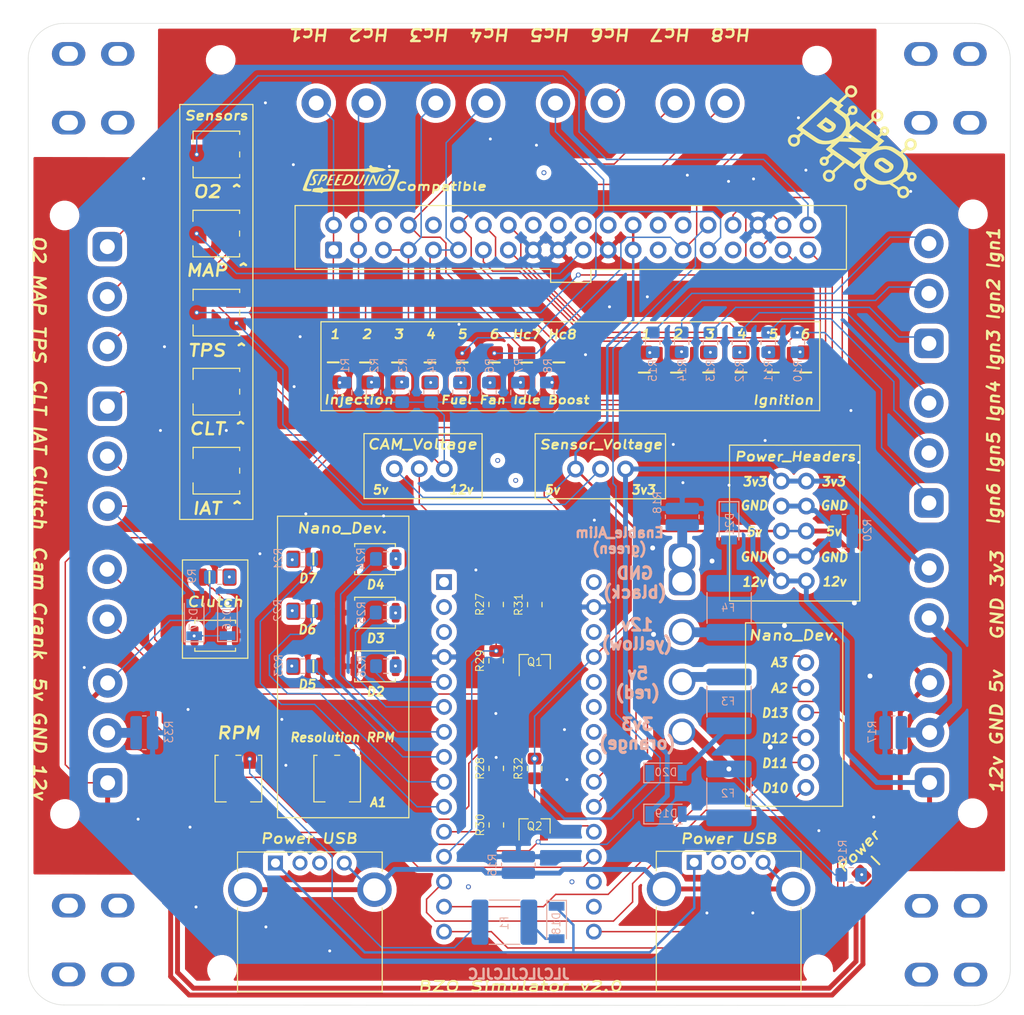
<source format=kicad_pcb>
(kicad_pcb (version 20171130) (host pcbnew "(5.1.10)-1")
  (layers (0 F.Cu signal) (31 B.Cu signal) (34 B.Paste user hide) (35 F.Paste user) (36 B.SilkS user hide) (37 F.SilkS user) (38 B.Mask user hide) (39 F.Mask user) (44 Edge.Cuts user))
  (net 0 "")
  (net 1 "Net-(A1-Pad16)")
  (net 2 "Net-(A1-Pad15)")
  (net 3 "Net-(A1-Pad30)")
  (net 4 "Net-(A1-Pad14)")
  (net 5 "Net-(A1-Pad13)")
  (net 6 "Net-(A1-Pad28)")
  (net 7 CAM)
  (net 8 +5VA)
  (net 9 CRANK)
  (net 10 "Net-(A1-Pad26)")
  (net 11 "Net-(A1-Pad10)")
  (net 12 "Net-(A1-Pad25)")
  (net 13 "Net-(A1-Pad9)")
  (net 14 "Net-(A1-Pad24)")
  (net 15 "Net-(A1-Pad8)")
  (net 16 "Net-(A1-Pad23)")
  (net 17 "Net-(A1-Pad7)")
  (net 18 A3)
  (net 19 "Net-(A1-Pad6)")
  (net 20 A2)
  (net 21 "Net-(A1-Pad5)")
  (net 22 "Net-(A1-Pad20)")
  (net 23 "Net-(A1-Pad19)")
  (net 24 "Net-(A1-Pad3)")
  (net 25 "Net-(A1-Pad18)")
  (net 26 "Net-(A1-Pad2)")
  (net 27 "Net-(A1-Pad17)")
  (net 28 "Net-(A1-Pad1)")
  (net 29 HC1-in)
  (net 30 "Net-(D1-Pad2)")
  (net 31 HC2-in)
  (net 32 "Net-(D2-Pad2)")
  (net 33 HC3-in)
  (net 34 "Net-(D3-Pad2)")
  (net 35 HC4-in)
  (net 36 "Net-(D4-Pad2)")
  (net 37 HC5-in)
  (net 38 "Net-(D5-Pad2)")
  (net 39 HC6-in)
  (net 40 "Net-(D6-Pad2)")
  (net 41 HC7-in)
  (net 42 "Net-(D7-Pad2)")
  (net 43 HC8-in)
  (net 44 "Net-(D8-Pad2)")
  (net 45 "Net-(D16-Pad2)")
  (net 46 "Net-(D9-Pad2)")
  (net 47 "Net-(D10-Pad2)")
  (net 48 "Net-(D11-Pad2)")
  (net 49 "Net-(D12-Pad2)")
  (net 50 "Net-(D13-Pad2)")
  (net 51 "Net-(D14-Pad2)")
  (net 52 "Net-(D15-Pad2)")
  (net 53 "Net-(D16-Pad1)")
  (net 54 Clutch)
  (net 55 "Net-(D18-Pad1)")
  (net 56 "Net-(D18-Pad2)")
  (net 57 +3V3)
  (net 58 "Net-(D19-Pad2)")
  (net 59 "Net-(D20-Pad2)")
  (net 60 12V)
  (net 61 "Net-(D21-Pad2)")
  (net 62 "Net-(D22-Pad2)")
  (net 63 "Net-(D23-Pad2)")
  (net 64 "Net-(D24-Pad2)")
  (net 65 "Net-(D25-Pad2)")
  (net 66 +5V)
  (net 67 "Net-(F2-Pad1)")
  (net 68 "Net-(F3-Pad1)")
  (net 69 "Net-(F4-Pad2)")
  (net 70 "Net-(J1-Pad4)")
  (net 71 "Net-(J1-Pad3)")
  (net 72 "Net-(J1-Pad2)")
  (net 73 "Net-(J2-Pad3)")
  (net 74 "Net-(J2-Pad2)")
  (net 75 IGN3-in)
  (net 76 IGN2-in)
  (net 77 IGN1-in)
  (net 78 IGN6-in)
  (net 79 IGN5-in)
  (net 80 IGN4-in)
  (net 81 TPS_Sensor)
  (net 82 MAP-sensor)
  (net 83 O2-sensor)
  (net 84 IAT_Sensor)
  (net 85 CLT_Sensor)
  (net 86 "Net-(J11-Pad2)")
  (net 87 "Net-(J15-Pad3)")
  (net 88 "Net-(JP1-Pad2)")
  (net 89 "Net-(JP2-Pad2)")
  (net 90 "Net-(Q1-Pad3)")
  (net 91 VR2+)
  (net 92 "Net-(Q1-Pad1)")
  (net 93 "Net-(Q2-Pad3)")
  (net 94 VR1+)
  (net 95 "Net-(Q2-Pad1)")
  (net 96 "Net-(R24-Pad2)")
  (net 97 "Net-(R25-Pad2)")
  (net 98 "Net-(R26-Pad2)")
  (net 99 GND)
  (net 100 /Sheet6592DE01/alim_active)
  (net 101 "Net-(J12-Pad2)")
  (net 102 "Net-(J18-Pad30)")
  (net 103 "Net-(J18-Pad28)")
  (net 104 "Net-(J18-Pad24)")
  (net 105 "Net-(J18-Pad22)")
  (net 106 "Net-(J18-Pad20)")
  (net 107 "Net-(J18-Pad18)")
  (net 108 "Net-(J18-Pad10)")
  (net 109 "Net-(J18-Pad6)")
  (net 110 "Net-(J18-Pad33)")
  (net 111 "Net-(J18-Pad27)")
  (module "IMAGES:logo BZO" (layer F.Cu) (at 181.24 52.55 325)
    (fp_text reference LOGO hide)
    (fp_text value LOGO hide)
  )
  (module "IMAGES:SPEEDUINO PETIT" (layer F.Cu) (at 129.34 55.68)
    (fp_text reference LOGO hide)
    (fp_text value LOGO hide)
  )
  (module Connector_PinHeader_2.54mm:PinHeader_1x06_P2.54mm_Vertical (layer F.Cu) (at 175.6 104.86)
    (fp_text reference J16 hide)
    (fp_text value "proto nano")
    (pad 6 thru_hole oval (at 0 12.7) (size 1.7 1.7) (drill 1) (layers *.Cu *.Mask) (net 5 "Net-(A1-Pad13)"))
    (pad 5 thru_hole oval (at 0 10.16) (size 1.7 1.7) (drill 1) (layers *.Cu *.Mask) (net 4 "Net-(A1-Pad14)"))
    (pad 4 thru_hole oval (at 0 7.62) (size 1.7 1.7) (drill 1) (layers *.Cu *.Mask) (net 2 "Net-(A1-Pad15)"))
    (pad 3 thru_hole oval (at 0 5.08) (size 1.7 1.7) (drill 1) (layers *.Cu *.Mask) (net 1 "Net-(A1-Pad16)"))
    (pad 2 thru_hole oval (at 0 2.54) (size 1.7 1.7) (drill 1) (layers *.Cu *.Mask) (net 20 A2))
    (pad 1 thru_hole oval (at 0 0) (size 1.7 1.7) (drill 1) (layers *.Cu *.Mask) (net 18 A3))
  )
  (module Connector_PinHeader_2.54mm:PinHeader_2x05_P2.54mm_Vertical (layer F.Cu) (at 175.65 96.56 180)
    (fp_text reference J15 hide)
    (fp_text value Conn_02x05)
    (pad 10 thru_hole oval (at 2.54 10.16 180) (size 1.7 1.7) (drill 1) (layers *.Cu *.Mask) (net 57 +3V3))
    (pad 9 thru_hole oval (at 0 10.16 180) (size 1.7 1.7) (drill 1) (layers *.Cu *.Mask) (net 57 +3V3))
    (pad 8 thru_hole oval (at 2.54 7.62 180) (size 1.7 1.7) (drill 1) (layers *.Cu *.Mask) (net 87 "Net-(J15-Pad3)"))
    (pad 7 thru_hole oval (at 0 7.62 180) (size 1.7 1.7) (drill 1) (layers *.Cu *.Mask) (net 87 "Net-(J15-Pad3)"))
    (pad 6 thru_hole oval (at 2.54 5.08 180) (size 1.7 1.7) (drill 1) (layers *.Cu *.Mask) (net 8 +5VA))
    (pad 5 thru_hole oval (at 0 5.08 180) (size 1.7 1.7) (drill 1) (layers *.Cu *.Mask) (net 8 +5VA))
    (pad 4 thru_hole oval (at 2.54 2.54 180) (size 1.7 1.7) (drill 1) (layers *.Cu *.Mask) (net 87 "Net-(J15-Pad3)"))
    (pad 3 thru_hole oval (at 0 2.54 180) (size 1.7 1.7) (drill 1) (layers *.Cu *.Mask) (net 87 "Net-(J15-Pad3)"))
    (pad 2 thru_hole oval (at 2.54 0 180) (size 1.7 1.7) (drill 1) (layers *.Cu *.Mask) (net 60 12V))
    (pad 1 thru_hole oval (at 0 0 180) (size 1.7 1.7) (drill 1) (layers *.Cu *.Mask) (net 60 12V))
  )
  (module Connector_PinHeader_2.54mm:PinHeader_1x03_P2.54mm_Vertical (layer F.Cu) (at 152.18 85.17 90)
    (fp_text reference JP1 hide)
    (fp_text value Jumper_3_Open)
    (pad 3 thru_hole oval (at 0 5.08 90) (size 1.7 1.7) (drill 1) (layers *.Cu *.Mask) (net 57 +3V3))
    (pad 2 thru_hole oval (at 0 2.54 90) (size 1.7 1.7) (drill 1) (layers *.Cu *.Mask) (net 88 "Net-(JP1-Pad2)"))
    (pad 1 thru_hole oval (at 0 0 90) (size 1.7 1.7) (drill 1) (layers *.Cu *.Mask) (net 8 +5VA))
  )
  (module Connector_PinHeader_2.54mm:PinHeader_1x03_P2.54mm_Vertical (layer F.Cu) (at 133.74 85.14 90)
    (fp_text reference JP2 hide)
    (fp_text value Jumper_3_Open)
    (pad 3 thru_hole oval (at 0 5.08 90) (size 1.7 1.7) (drill 1) (layers *.Cu *.Mask) (net 60 12V))
    (pad 2 thru_hole oval (at 0 2.54 90) (size 1.7 1.7) (drill 1) (layers *.Cu *.Mask) (net 89 "Net-(JP2-Pad2)"))
    (pad 1 thru_hole oval (at 0 0 90) (size 1.7 1.7) (drill 1) (layers *.Cu *.Mask) (net 8 +5VA))
  )
  (module TerminalBlock:TerminalBlock_bornier-3_P5.08mm (layer F.Cu) (at 104.55 62.55 270)
    (fp_text reference J9 hide)
    (fp_text value Screw_Terminal_01x03)
    (pad 3 thru_hole circle (at 10.16 0 270) (size 3 3) (drill 1.52) (layers *.Cu *.Mask) (net 81 TPS_Sensor))
    (pad 2 thru_hole circle (at 5.08 0 270) (size 3 3) (drill 1.52) (layers *.Cu *.Mask) (net 82 MAP-sensor))
    (pad 1 thru_hole roundrect (at 0 0 270) (size 3 3) (drill 1.52) (layers *.Cu *.Mask) (net 83 O2-sensor))
  )
  (module TerminalBlock:TerminalBlock_bornier-3_P5.08mm (layer F.Cu) (at 104.554999 78.785001 270)
    (fp_text reference J10 hide)
    (fp_text value Screw_Terminal_01x03)
    (pad 3 thru_hole circle (at 10.16 0 270) (size 3 3) (drill 1.52) (layers *.Cu *.Mask) (net 54 Clutch))
    (pad 2 thru_hole circle (at 5.08 0 270) (size 3 3) (drill 1.52) (layers *.Cu *.Mask) (net 84 IAT_Sensor))
    (pad 1 thru_hole roundrect (at 0 0 270) (size 3 3) (drill 1.52) (layers *.Cu *.Mask) (net 85 CLT_Sensor))
  )
  (module TerminalBlock:TerminalBlock_bornier-2_P5.08mm (layer F.Cu) (at 104.53 95.37 270)
    (fp_text reference J17 hide)
    (fp_text value Screw_Terminal_01x02)
    (pad 2 thru_hole circle (at 5.08 0 270) (size 3 3) (drill 1.52) (layers *.Cu *.Mask) (net 94 VR1+))
    (pad 1 thru_hole circle (at 0 0 270) (size 3 3) (drill 1.52) (layers *.Cu *.Mask) (net 91 VR2+))
  )
  (module TerminalBlock:TerminalBlock_bornier-3_P5.08mm (layer F.Cu) (at 104.58 117.09 90)
    (fp_text reference J12 hide)
    (fp_text value Screw_Terminal_01x03)
    (pad 3 thru_hole circle (at 10.16 0 90) (size 3 3) (drill 1.52) (layers *.Cu *.Mask) (net 8 +5VA))
    (pad 2 thru_hole circle (at 5.08 0 90) (size 3 3) (drill 1.52) (layers *.Cu *.Mask) (net 101 "Net-(J12-Pad2)"))
    (pad 1 thru_hole roundrect (at 0 0 90) (size 3 3) (drill 1.52) (layers *.Cu *.Mask) (net 60 12V))
  )
  (module Connector_USB:USB_A_CONNFLY_DS1095-WNR0 (layer F.Cu) (at 121.65 125.25)
    (fp_text reference J1 hide)
    (fp_text value USB_A)
    (pad 4 thru_hole circle (at 7 0) (size 1.524 1.524) (drill 0.92) (layers *.Cu *.Mask) (net 70 "Net-(J1-Pad4)"))
    (pad 3 thru_hole circle (at 4.5 0) (size 1.524 1.524) (drill 0.92) (layers *.Cu *.Mask) (net 71 "Net-(J1-Pad3)"))
    (pad 2 thru_hole circle (at 2.5 0) (size 1.524 1.524) (drill 0.92) (layers *.Cu *.Mask) (net 72 "Net-(J1-Pad2)"))
    (pad 1 thru_hole rect (at 0 0) (size 1.524 1.524) (drill 0.92) (layers *.Cu *.Mask) (net 55 "Net-(D18-Pad1)"))
    (pad 5 thru_hole circle (at -3.07 2.71) (size 3.5 3.5) (drill 2.3) (layers *.Cu *.Mask) (net 70 "Net-(J1-Pad4)"))
    (pad 5 thru_hole circle (at 10.07 2.71) (size 3.5 3.5) (drill 2.3) (layers *.Cu *.Mask) (net 70 "Net-(J1-Pad4)"))
  )
  (module Connector_USB:USB_A_CONNFLY_DS1095-WNR0 (layer F.Cu) (at 164.25 125.18)
    (fp_text reference J2 hide)
    (fp_text value USB_A)
    (pad 4 thru_hole circle (at 7 0) (size 1.524 1.524) (drill 0.92) (layers *.Cu *.Mask) (net 70 "Net-(J1-Pad4)"))
    (pad 3 thru_hole circle (at 4.5 0) (size 1.524 1.524) (drill 0.92) (layers *.Cu *.Mask) (net 73 "Net-(J2-Pad3)"))
    (pad 2 thru_hole circle (at 2.5 0) (size 1.524 1.524) (drill 0.92) (layers *.Cu *.Mask) (net 74 "Net-(J2-Pad2)"))
    (pad 1 thru_hole rect (at 0 0) (size 1.524 1.524) (drill 0.92) (layers *.Cu *.Mask) (net 55 "Net-(D18-Pad1)"))
    (pad 5 thru_hole circle (at -3.07 2.71) (size 3.5 3.5) (drill 2.3) (layers *.Cu *.Mask) (net 70 "Net-(J1-Pad4)"))
    (pad 5 thru_hole circle (at 10.07 2.71) (size 3.5 3.5) (drill 2.3) (layers *.Cu *.Mask) (net 70 "Net-(J1-Pad4)"))
  )
  (module Module:Arduino_Nano (layer F.Cu) (at 138.8 96.67)
    (fp_text reference A1 hide)
    (fp_text value Arduino_Nano_v3.x)
    (pad 16 thru_hole oval (at 15.24 35.56) (size 1.6 1.6) (drill 1) (layers *.Cu *.Mask) (net 1 "Net-(A1-Pad16)"))
    (pad 15 thru_hole oval (at 0 35.56) (size 1.6 1.6) (drill 1) (layers *.Cu *.Mask) (net 2 "Net-(A1-Pad15)"))
    (pad 30 thru_hole oval (at 15.24 0) (size 1.6 1.6) (drill 1) (layers *.Cu *.Mask) (net 3 "Net-(A1-Pad30)"))
    (pad 14 thru_hole oval (at 0 33.02) (size 1.6 1.6) (drill 1) (layers *.Cu *.Mask) (net 4 "Net-(A1-Pad14)"))
    (pad 29 thru_hole oval (at 15.24 2.54) (size 1.6 1.6) (drill 1) (layers *.Cu *.Mask) (net 99 GND))
    (pad 13 thru_hole oval (at 0 30.48) (size 1.6 1.6) (drill 1) (layers *.Cu *.Mask) (net 5 "Net-(A1-Pad13)"))
    (pad 28 thru_hole oval (at 15.24 5.08) (size 1.6 1.6) (drill 1) (layers *.Cu *.Mask) (net 6 "Net-(A1-Pad28)"))
    (pad 12 thru_hole oval (at 0 27.94) (size 1.6 1.6) (drill 1) (layers *.Cu *.Mask) (net 7 CAM))
    (pad 27 thru_hole oval (at 15.24 7.62) (size 1.6 1.6) (drill 1) (layers *.Cu *.Mask) (net 8 +5VA))
    (pad 11 thru_hole oval (at 0 25.4) (size 1.6 1.6) (drill 1) (layers *.Cu *.Mask) (net 9 CRANK))
    (pad 26 thru_hole oval (at 15.24 10.16) (size 1.6 1.6) (drill 1) (layers *.Cu *.Mask) (net 10 "Net-(A1-Pad26)"))
    (pad 10 thru_hole oval (at 0 22.86) (size 1.6 1.6) (drill 1) (layers *.Cu *.Mask) (net 11 "Net-(A1-Pad10)"))
    (pad 25 thru_hole oval (at 15.24 12.7) (size 1.6 1.6) (drill 1) (layers *.Cu *.Mask) (net 12 "Net-(A1-Pad25)"))
    (pad 9 thru_hole oval (at 0 20.32) (size 1.6 1.6) (drill 1) (layers *.Cu *.Mask) (net 13 "Net-(A1-Pad9)"))
    (pad 24 thru_hole oval (at 15.24 15.24) (size 1.6 1.6) (drill 1) (layers *.Cu *.Mask) (net 14 "Net-(A1-Pad24)"))
    (pad 8 thru_hole oval (at 0 17.78) (size 1.6 1.6) (drill 1) (layers *.Cu *.Mask) (net 15 "Net-(A1-Pad8)"))
    (pad 23 thru_hole oval (at 15.24 17.78) (size 1.6 1.6) (drill 1) (layers *.Cu *.Mask) (net 16 "Net-(A1-Pad23)"))
    (pad 7 thru_hole oval (at 0 15.24) (size 1.6 1.6) (drill 1) (layers *.Cu *.Mask) (net 17 "Net-(A1-Pad7)"))
    (pad 22 thru_hole oval (at 15.24 20.32) (size 1.6 1.6) (drill 1) (layers *.Cu *.Mask) (net 18 A3))
    (pad 6 thru_hole oval (at 0 12.7) (size 1.6 1.6) (drill 1) (layers *.Cu *.Mask) (net 19 "Net-(A1-Pad6)"))
    (pad 21 thru_hole oval (at 15.24 22.86) (size 1.6 1.6) (drill 1) (layers *.Cu *.Mask) (net 20 A2))
    (pad 5 thru_hole oval (at 0 10.16) (size 1.6 1.6) (drill 1) (layers *.Cu *.Mask) (net 21 "Net-(A1-Pad5)"))
    (pad 20 thru_hole oval (at 15.24 25.4) (size 1.6 1.6) (drill 1) (layers *.Cu *.Mask) (net 22 "Net-(A1-Pad20)"))
    (pad 4 thru_hole oval (at 0 7.62) (size 1.6 1.6) (drill 1) (layers *.Cu *.Mask) (net 99 GND))
    (pad 19 thru_hole oval (at 15.24 27.94) (size 1.6 1.6) (drill 1) (layers *.Cu *.Mask) (net 23 "Net-(A1-Pad19)"))
    (pad 3 thru_hole oval (at 0 5.08) (size 1.6 1.6) (drill 1) (layers *.Cu *.Mask) (net 24 "Net-(A1-Pad3)"))
    (pad 18 thru_hole oval (at 15.24 30.48) (size 1.6 1.6) (drill 1) (layers *.Cu *.Mask) (net 25 "Net-(A1-Pad18)"))
    (pad 2 thru_hole oval (at 0 2.54) (size 1.6 1.6) (drill 1) (layers *.Cu *.Mask) (net 26 "Net-(A1-Pad2)"))
    (pad 17 thru_hole oval (at 15.24 33.02) (size 1.6 1.6) (drill 1) (layers *.Cu *.Mask) (net 27 "Net-(A1-Pad17)"))
    (pad 1 thru_hole rect (at 0 0) (size 1.6 1.6) (drill 1) (layers *.Cu *.Mask) (net 28 "Net-(A1-Pad1)"))
  )
  (module Connector:perçage (layer F.Cu) (at 103.07 133.14)
    (fp_text reference REF** hide)
    (fp_text value perçage hide)
    (pad "" np_thru_hole circle (at 0 0) (size 3.2 3.2) (drill 3.2) (layers *.Cu *.Mask))
  )
  (module Connector:screw_terminal_M4_vertical (layer F.Cu) (at 100.61 128.88)
    (fp_text reference REF** hide)
    (fp_text value "screw terminal M4 vertical")
    (pad 4 thru_hole oval (at 5 7.7) (size 3.4 2.4) (drill oval 1.9 1.6) (layers *.Cu *.Mask))
    (pad 3 thru_hole oval (at 0 7.7) (size 3.4 2.4) (drill oval 1.9 1.6) (layers *.Cu *.Mask))
    (pad 2 thru_hole oval (at 5 0.7) (size 3.4 2.4) (drill oval 1.9 1.6) (layers *.Cu *.Mask))
    (pad 1 thru_hole oval (at 0 0.7) (size 3.4 2.4) (drill oval 1.9 1.6) (layers *.Cu *.Mask))
  )
  (module Connector:perçage (layer F.Cu) (at 189.81 133.13)
    (fp_text reference REF** hide)
    (fp_text value perçage hide)
    (pad "" np_thru_hole circle (at 0 0) (size 3.2 3.2) (drill 3.2) (layers *.Cu *.Mask))
  )
  (module Connector:screw_terminal_M4_vertical (layer F.Cu) (at 187.36 128.9)
    (fp_text reference REF** hide)
    (fp_text value "screw terminal M4 vertical")
    (pad 1 thru_hole oval (at 0 0.7) (size 3.4 2.4) (drill oval 1.9 1.6) (layers *.Cu *.Mask))
    (pad 2 thru_hole oval (at 5 0.7) (size 3.4 2.4) (drill oval 1.9 1.6) (layers *.Cu *.Mask))
    (pad 3 thru_hole oval (at 0 7.7) (size 3.4 2.4) (drill oval 1.9 1.6) (layers *.Cu *.Mask))
    (pad 4 thru_hole oval (at 5 7.7) (size 3.4 2.4) (drill oval 1.9 1.6) (layers *.Cu *.Mask))
  )
  (module TerminalBlock:TerminalBlock_bornier-3_P5.08mm (layer F.Cu) (at 188.19 117.06 90)
    (fp_text reference J11 hide)
    (fp_text value Screw_Terminal_01x03)
    (pad 3 thru_hole circle (at 10.16 0 90) (size 3 3) (drill 1.52) (layers *.Cu *.Mask) (net 8 +5VA))
    (pad 2 thru_hole circle (at 5.08 0 90) (size 3 3) (drill 1.52) (layers *.Cu *.Mask) (net 86 "Net-(J11-Pad2)"))
    (pad 1 thru_hole roundrect (at 0 0 90) (size 3 3) (drill 1.52) (layers *.Cu *.Mask) (net 60 12V))
  )
  (module TerminalBlock:TerminalBlock_bornier-2_P5.08mm (layer F.Cu) (at 188.14 100.32 90)
    (fp_text reference J13 hide)
    (fp_text value Screw_Terminal_01x02)
    (pad 2 thru_hole circle (at 5.08 0 90) (size 3 3) (drill 1.52) (layers *.Cu *.Mask) (net 57 +3V3))
    (pad 1 thru_hole circle (at 0 0 90) (size 3 3) (drill 1.52) (layers *.Cu *.Mask) (net 86 "Net-(J11-Pad2)"))
  )
  (module TerminalBlock:TerminalBlock_bornier-3_P5.08mm (layer F.Cu) (at 188.12 88.62 90)
    (fp_text reference J7 hide)
    (fp_text value Screw_Terminal_01x03)
    (pad 3 thru_hole circle (at 10.16 0 90) (size 3 3) (drill 1.52) (layers *.Cu *.Mask) (net 75 IGN3-in))
    (pad 2 thru_hole circle (at 5.08 0 90) (size 3 3) (drill 1.52) (layers *.Cu *.Mask) (net 76 IGN2-in))
    (pad 1 thru_hole roundrect (at 0 0 90) (size 3 3) (drill 1.52) (layers *.Cu *.Mask) (net 77 IGN1-in))
  )
  (module TerminalBlock:TerminalBlock_bornier-3_P5.08mm (layer F.Cu) (at 188.12 72.39 90)
    (fp_text reference J8 hide)
    (fp_text value Screw_Terminal_01x03)
    (pad 3 thru_hole circle (at 10.16 0 90) (size 3 3) (drill 1.52) (layers *.Cu *.Mask) (net 78 IGN6-in))
    (pad 2 thru_hole circle (at 5.08 0 90) (size 3 3) (drill 1.52) (layers *.Cu *.Mask) (net 79 IGN5-in))
    (pad 1 thru_hole roundrect (at 0 0 90) (size 3 3) (drill 1.52) (layers *.Cu *.Mask) (net 80 IGN4-in))
  )
  (module Connector_IDC:IDC-Header_2x20_P2.54mm_Vertical (layer F.Cu) (at 127.56 62.89 90)
    (fp_text reference J18 hide)
    (fp_text value Conn_02x20_Odd_Even)
    (pad 40 thru_hole circle (at 2.54 48.26 90) (size 1.7 1.7) (drill 1) (layers *.Cu *.Mask) (net 83 O2-sensor))
    (pad 38 thru_hole circle (at 2.54 45.72 90) (size 1.7 1.7) (drill 1) (layers *.Cu *.Mask) (net 81 TPS_Sensor))
    (pad 36 thru_hole circle (at 2.54 43.18 90) (size 1.7 1.7) (drill 1) (layers *.Cu *.Mask) (net 99 GND))
    (pad 34 thru_hole circle (at 2.54 40.64 90) (size 1.7 1.7) (drill 1) (layers *.Cu *.Mask) (net 91 VR2+))
    (pad 32 thru_hole circle (at 2.54 38.1 90) (size 1.7 1.7) (drill 1) (layers *.Cu *.Mask) (net 94 VR1+))
    (pad 30 thru_hole circle (at 2.54 35.56 90) (size 1.7 1.7) (drill 1) (layers *.Cu *.Mask) (net 102 "Net-(J18-Pad30)"))
    (pad 28 thru_hole circle (at 2.54 33.02 90) (size 1.7 1.7) (drill 1) (layers *.Cu *.Mask) (net 103 "Net-(J18-Pad28)"))
    (pad 26 thru_hole circle (at 2.54 30.48 90) (size 1.7 1.7) (drill 1) (layers *.Cu *.Mask) (net 8 +5VA))
    (pad 24 thru_hole circle (at 2.54 27.94 90) (size 1.7 1.7) (drill 1) (layers *.Cu *.Mask) (net 104 "Net-(J18-Pad24)"))
    (pad 22 thru_hole circle (at 2.54 25.4 90) (size 1.7 1.7) (drill 1) (layers *.Cu *.Mask) (net 105 "Net-(J18-Pad22)"))
    (pad 20 thru_hole circle (at 2.54 22.86 90) (size 1.7 1.7) (drill 1) (layers *.Cu *.Mask) (net 106 "Net-(J18-Pad20)"))
    (pad 18 thru_hole circle (at 2.54 20.32 90) (size 1.7 1.7) (drill 1) (layers *.Cu *.Mask) (net 107 "Net-(J18-Pad18)"))
    (pad 16 thru_hole circle (at 2.54 17.78 90) (size 1.7 1.7) (drill 1) (layers *.Cu *.Mask) (net 75 IGN3-in))
    (pad 14 thru_hole circle (at 2.54 15.24 90) (size 1.7 1.7) (drill 1) (layers *.Cu *.Mask) (net 76 IGN2-in))
    (pad 12 thru_hole circle (at 2.54 12.7 90) (size 1.7 1.7) (drill 1) (layers *.Cu *.Mask) (net 43 HC8-in))
    (pad 10 thru_hole circle (at 2.54 10.16 90) (size 1.7 1.7) (drill 1) (layers *.Cu *.Mask) (net 108 "Net-(J18-Pad10)"))
    (pad 8 thru_hole circle (at 2.54 7.62 90) (size 1.7 1.7) (drill 1) (layers *.Cu *.Mask) (net 41 HC7-in))
    (pad 6 thru_hole circle (at 2.54 5.08 90) (size 1.7 1.7) (drill 1) (layers *.Cu *.Mask) (net 109 "Net-(J18-Pad6)"))
    (pad 4 thru_hole circle (at 2.54 2.54 90) (size 1.7 1.7) (drill 1) (layers *.Cu *.Mask) (net 31 HC2-in))
    (pad 2 thru_hole circle (at 2.54 0 90) (size 1.7 1.7) (drill 1) (layers *.Cu *.Mask) (net 29 HC1-in))
    (pad 39 thru_hole circle (at 0 48.26 90) (size 1.7 1.7) (drill 1) (layers *.Cu *.Mask) (net 84 IAT_Sensor))
    (pad 37 thru_hole circle (at 0 45.72 90) (size 1.7 1.7) (drill 1) (layers *.Cu *.Mask) (net 85 CLT_Sensor))
    (pad 35 thru_hole circle (at 0 43.18 90) (size 1.7 1.7) (drill 1) (layers *.Cu *.Mask) (net 54 Clutch))
    (pad 33 thru_hole circle (at 0 40.64 90) (size 1.7 1.7) (drill 1) (layers *.Cu *.Mask) (net 110 "Net-(J18-Pad33)"))
    (pad 31 thru_hole circle (at 0 38.1 90) (size 1.7 1.7) (drill 1) (layers *.Cu *.Mask) (net 37 HC5-in))
    (pad 29 thru_hole circle (at 0 35.56 90) (size 1.7 1.7) (drill 1) (layers *.Cu *.Mask) (net 39 HC6-in))
    (pad 27 thru_hole circle (at 0 33.02 90) (size 1.7 1.7) (drill 1) (layers *.Cu *.Mask) (net 111 "Net-(J18-Pad27)"))
    (pad 25 thru_hole circle (at 0 30.48 90) (size 1.7 1.7) (drill 1) (layers *.Cu *.Mask) (net 8 +5VA))
    (pad 23 thru_hole circle (at 0 27.94 90) (size 1.7 1.7) (drill 1) (layers *.Cu *.Mask) (net 99 GND))
    (pad 21 thru_hole circle (at 0 25.4 90) (size 1.7 1.7) (drill 1) (layers *.Cu *.Mask) (net 82 MAP-sensor))
    (pad 19 thru_hole circle (at 0 22.86 90) (size 1.7 1.7) (drill 1) (layers *.Cu *.Mask) (net 99 GND))
    (pad 17 thru_hole circle (at 0 20.32 90) (size 1.7 1.7) (drill 1) (layers *.Cu *.Mask) (net 99 GND))
    (pad 15 thru_hole circle (at 0 17.78 90) (size 1.7 1.7) (drill 1) (layers *.Cu *.Mask) (net 80 IGN4-in))
    (pad 13 thru_hole circle (at 0 15.24 90) (size 1.7 1.7) (drill 1) (layers *.Cu *.Mask) (net 77 IGN1-in))
    (pad 11 thru_hole circle (at 0 12.7 90) (size 1.7 1.7) (drill 1) (layers *.Cu *.Mask) (net 35 HC4-in))
    (pad 9 thru_hole circle (at 0 10.16 90) (size 1.7 1.7) (drill 1) (layers *.Cu *.Mask) (net 35 HC4-in))
    (pad 7 thru_hole circle (at 0 7.62 90) (size 1.7 1.7) (drill 1) (layers *.Cu *.Mask) (net 33 HC3-in))
    (pad 5 thru_hole circle (at 0 5.08 90) (size 1.7 1.7) (drill 1) (layers *.Cu *.Mask) (net 33 HC3-in))
    (pad 3 thru_hole circle (at 0 2.54 90) (size 1.7 1.7) (drill 1) (layers *.Cu *.Mask) (net 31 HC2-in))
    (pad 1 thru_hole roundrect (at 0 0 90) (size 1.7 1.7) (drill 1) (layers *.Cu *.Mask) (roundrect_rratio 0.1470588235294118) (net 29 HC1-in))
  )
  (module TerminalBlock:TerminalBlock_bornier-2_P5.08mm (layer F.Cu) (at 167.38 47.96 180)
    (fp_text reference J4 hide)
    (fp_text value Screw_Terminal_01x02)
    (pad 2 thru_hole circle (at 5.08 0 180) (size 3 3) (drill 1.52) (layers *.Cu *.Mask) (net 41 HC7-in))
    (pad 1 thru_hole circle (at 0 0 180) (size 3 3) (drill 1.52) (layers *.Cu *.Mask) (net 43 HC8-in))
  )
  (module TerminalBlock:TerminalBlock_bornier-2_P5.08mm (layer F.Cu) (at 155.21 47.95 180)
    (fp_text reference J3 hide)
    (fp_text value Screw_Terminal_01x02)
    (pad 2 thru_hole circle (at 5.08 0 180) (size 3 3) (drill 1.52) (layers *.Cu *.Mask) (net 37 HC5-in))
    (pad 1 thru_hole circle (at 0 0 180) (size 3 3) (drill 1.52) (layers *.Cu *.Mask) (net 39 HC6-in))
  )
  (module TerminalBlock:TerminalBlock_bornier-2_P5.08mm (layer F.Cu) (at 143.04 47.95 180)
    (fp_text reference J5 hide)
    (fp_text value Screw_Terminal_01x02)
    (pad 2 thru_hole circle (at 5.08 0 180) (size 3 3) (drill 1.52) (layers *.Cu *.Mask) (net 33 HC3-in))
    (pad 1 thru_hole circle (at 0 0 180) (size 3 3) (drill 1.52) (layers *.Cu *.Mask) (net 35 HC4-in))
  )
  (module TerminalBlock:TerminalBlock_bornier-2_P5.08mm (layer F.Cu) (at 130.88 47.95 180)
    (fp_text reference J6 hide)
    (fp_text value Screw_Terminal_01x02)
    (pad 2 thru_hole circle (at 5.08 0 180) (size 3 3) (drill 1.52) (layers *.Cu *.Mask) (net 29 HC1-in))
    (pad 1 thru_hole circle (at 0 0 180) (size 3 3) (drill 1.52) (layers *.Cu *.Mask) (net 31 HC2-in))
  )
  (module Connector:perçage (layer F.Cu) (at 189.8 46.43)
    (fp_text reference REF** hide)
    (fp_text value perçage hide)
    (pad "" np_thru_hole circle (at 0 0) (size 3.2 3.2) (drill 3.2) (layers *.Cu *.Mask))
  )
  (module Connector:screw_terminal_M4_vertical (layer F.Cu) (at 187.3 42.25)
    (fp_text reference REF** hide)
    (fp_text value "screw terminal M4 vertical")
    (pad 4 thru_hole oval (at 5 7.7) (size 3.4 2.4) (drill oval 1.9 1.6) (layers *.Cu *.Mask))
    (pad 3 thru_hole oval (at 0 7.7) (size 3.4 2.4) (drill oval 1.9 1.6) (layers *.Cu *.Mask))
    (pad 2 thru_hole oval (at 5 0.7) (size 3.4 2.4) (drill oval 1.9 1.6) (layers *.Cu *.Mask))
    (pad 1 thru_hole oval (at 0 0.7) (size 3.4 2.4) (drill oval 1.9 1.6) (layers *.Cu *.Mask))
  )
  (module Connector:perçage (layer F.Cu) (at 103.11 46.43)
    (fp_text reference REF** hide)
    (fp_text value perçage hide)
    (pad "" np_thru_hole circle (at 0 0) (size 3.2 3.2) (drill 3.2) (layers *.Cu *.Mask))
  )
  (module Connector:screw_terminal_M4_vertical (layer F.Cu) (at 100.61 42.24)
    (fp_text reference REF** hide)
    (fp_text value "screw terminal M4 vertical")
    (pad 1 thru_hole oval (at 0 0.7) (size 3.4 2.4) (drill oval 1.9 1.6) (layers *.Cu *.Mask))
    (pad 2 thru_hole oval (at 5 0.7) (size 3.4 2.4) (drill oval 1.9 1.6) (layers *.Cu *.Mask))
    (pad 3 thru_hole oval (at 0 7.7) (size 3.4 2.4) (drill oval 1.9 1.6) (layers *.Cu *.Mask))
    (pad 4 thru_hole oval (at 5 7.7) (size 3.4 2.4) (drill oval 1.9 1.6) (layers *.Cu *.Mask))
  )
  (module Resistor_SMD:R_0612_1632Metric_Pad1.18x3.40mm_HandSolder (layer B.Cu) (at 108.31 112 180)
    (fp_text reference R33 (at -2.52 0.09 90) (layer B.SilkS) (effects (font (size 0.8 0.8) (thickness 0.1)) (justify mirror)))
    (fp_text value 1R)
    (pad 2 smd roundrect (at 0.8375 0 180) (size 1.175 3.4) (layers B.Cu B.Paste B.Mask) (roundrect_rratio 0.2127659574468085) (net 101 "Net-(J12-Pad2)"))
    (pad 1 smd roundrect (at -0.8375 0 180) (size 1.175 3.4) (layers B.Cu B.Paste B.Mask) (roundrect_rratio 0.2127659574468085) (net 99 GND))
  )
  (module Connector_PinHeader_2.54mm:PinHeader_1x05_P2.54mm_Vertical (layer F.Cu) (at 163.01 111.9 180)
    (fp_text reference J14 hide)
    (fp_text value Conn_01x05_Female)
    (pad 1 thru_hole roundrect (at 0 17.78 180) (size 2.7 2.7) (drill 2) (layers *.Cu *.Mask) (net 100 /Sheet6592DE01/alim_active))
    (pad 2 thru_hole roundrect (at 0 15.24 180) (size 2.7 2.7) (drill 2) (layers *.Cu *.Mask) (net 100 /Sheet6592DE01/alim_active))
    (pad 3 thru_hole circle (at 0 10.16 180) (size 2.7 2.7) (drill 2) (layers *.Cu *.Mask) (net 69 "Net-(F4-Pad2)"))
    (pad 4 thru_hole circle (at 0 5.08 180) (size 2.7 2.7) (drill 2) (layers *.Cu *.Mask) (net 68 "Net-(F3-Pad1)"))
    (pad 5 thru_hole circle (at 0 0 180) (size 2.7 2.7) (drill 2) (layers *.Cu *.Mask) (net 67 "Net-(F2-Pad1)"))
  )
  (module Button_Switch_SMD:SW_Push_SPST_NO_Alps_SKRK (layer F.Cu) (at 131.78 105.24)
    (fp_text reference SW4 hide)
    (fp_text value SW_DIP_x01)
    (pad 1 smd roundrect (at -2.1 0) (size 0.8 2) (layers F.Cu F.Paste F.Mask) (net 99 GND))
    (pad 2 smd roundrect (at 2.1 0) (size 0.8 2) (layers F.Cu F.Paste F.Mask) (net 98 "Net-(R26-Pad2)"))
  )
  (module Button_Switch_SMD:SW_Push_SPST_NO_Alps_SKRK (layer F.Cu) (at 131.78 99.79)
    (fp_text reference SW3 hide)
    (fp_text value SW_DIP_x01)
    (pad 1 smd roundrect (at -2.1 0) (size 0.8 2) (layers F.Cu F.Paste F.Mask) (net 99 GND))
    (pad 2 smd roundrect (at 2.1 0) (size 0.8 2) (layers F.Cu F.Paste F.Mask) (net 97 "Net-(R25-Pad2)"))
  )
  (module Button_Switch_SMD:SW_Push_SPST_NO_Alps_SKRK (layer F.Cu) (at 131.78 94.34)
    (fp_text reference SW2 hide)
    (fp_text value SW_DIP_x01)
    (pad 1 smd roundrect (at -2.1 0) (size 0.8 2) (layers F.Cu F.Paste F.Mask) (net 99 GND))
    (pad 2 smd roundrect (at 2.1 0) (size 0.8 2) (layers F.Cu F.Paste F.Mask) (net 96 "Net-(R24-Pad2)"))
  )
  (module Button_Switch_SMD:SW_Push_SPST_NO_Alps_SKRK (layer F.Cu) (at 115.52 102.13 180)
    (fp_text reference SW1 hide)
    (fp_text value SW_DIP_x01)
    (pad 1 smd roundrect (at -2.1 0 180) (size 0.8 2) (layers F.Cu F.Paste F.Mask) (net 99 GND))
    (pad 2 smd roundrect (at 2.1 0 180) (size 0.8 2) (layers F.Cu F.Paste F.Mask) (net 53 "Net-(D16-Pad1)"))
  )
  (module Potentiometer_SMD:Potentiometer_Bourns_3314J_Vertical (layer F.Cu) (at 127.93 116.66)
    (fp_text reference RV7 hide)
    (fp_text value 10k)
    (pad 3 smd rect (at 1.15 -2) (size 1.3 2) (layers F.Cu F.Paste F.Mask) (net 66 +5V))
    (pad 2 smd rect (at 0 2) (size 2 2) (layers F.Cu F.Paste F.Mask) (net 22 "Net-(A1-Pad20)"))
    (pad 1 smd rect (at -1.15 -2) (size 1.3 2) (layers F.Cu F.Paste F.Mask) (net 99 GND))
  )
  (module Potentiometer_SMD:Potentiometer_Bourns_3314J_Vertical (layer F.Cu) (at 117.88 116.66)
    (fp_text reference RV6 hide)
    (fp_text value 10k)
    (pad 3 smd rect (at 1.15 -2) (size 1.3 2) (layers F.Cu F.Paste F.Mask) (net 66 +5V))
    (pad 2 smd rect (at 0 2) (size 2 2) (layers F.Cu F.Paste F.Mask) (net 23 "Net-(A1-Pad19)"))
    (pad 1 smd rect (at -1.15 -2) (size 1.3 2) (layers F.Cu F.Paste F.Mask) (net 99 GND))
  )
  (module Potentiometer_SMD:Potentiometer_Bourns_3314J_Vertical (layer F.Cu) (at 115.64 77.3 270)
    (fp_text reference RV5 hide)
    (fp_text value 10k)
    (pad 3 smd rect (at 1.15 -2 270) (size 1.3 2) (layers F.Cu F.Paste F.Mask) (net 99 GND))
    (pad 2 smd rect (at 0 2 270) (size 2 2) (layers F.Cu F.Paste F.Mask) (net 85 CLT_Sensor))
    (pad 1 smd rect (at -1.15 -2 270) (size 1.3 2) (layers F.Cu F.Paste F.Mask) (net 85 CLT_Sensor))
  )
  (module Potentiometer_SMD:Potentiometer_Bourns_3314J_Vertical (layer F.Cu) (at 115.64 85.34 270)
    (fp_text reference RV4 hide)
    (fp_text value 10k)
    (pad 3 smd rect (at 1.15 -2 270) (size 1.3 2) (layers F.Cu F.Paste F.Mask) (net 99 GND))
    (pad 2 smd rect (at 0 2 270) (size 2 2) (layers F.Cu F.Paste F.Mask) (net 84 IAT_Sensor))
    (pad 1 smd rect (at -1.15 -2 270) (size 1.3 2) (layers F.Cu F.Paste F.Mask) (net 84 IAT_Sensor))
  )
  (module Potentiometer_SMD:Potentiometer_Bourns_3314J_Vertical (layer F.Cu) (at 115.63 61.22 270)
    (fp_text reference RV3 hide)
    (fp_text value 10k)
    (pad 3 smd rect (at 1.15 -2 270) (size 1.3 2) (layers F.Cu F.Paste F.Mask) (net 88 "Net-(JP1-Pad2)"))
    (pad 2 smd rect (at 0 2 270) (size 2 2) (layers F.Cu F.Paste F.Mask) (net 82 MAP-sensor))
    (pad 1 smd rect (at -1.15 -2 270) (size 1.3 2) (layers F.Cu F.Paste F.Mask) (net 99 GND))
  )
  (module Potentiometer_SMD:Potentiometer_Bourns_3314J_Vertical (layer F.Cu) (at 115.64 53.17 270)
    (fp_text reference RV2 hide)
    (fp_text value 10k)
    (pad 3 smd rect (at 1.15 -2 270) (size 1.3 2) (layers F.Cu F.Paste F.Mask) (net 88 "Net-(JP1-Pad2)"))
    (pad 2 smd rect (at 0 2 270) (size 2 2) (layers F.Cu F.Paste F.Mask) (net 83 O2-sensor))
    (pad 1 smd rect (at -1.15 -2 270) (size 1.3 2) (layers F.Cu F.Paste F.Mask) (net 99 GND))
  )
  (module Potentiometer_SMD:Potentiometer_Bourns_3314J_Vertical (layer F.Cu) (at 115.64 69.26 270)
    (fp_text reference RV1 hide)
    (fp_text value 10k)
    (pad 3 smd rect (at 1.15 -2 270) (size 1.3 2) (layers F.Cu F.Paste F.Mask) (net 88 "Net-(JP1-Pad2)"))
    (pad 2 smd rect (at 0 2 270) (size 2 2) (layers F.Cu F.Paste F.Mask) (net 81 TPS_Sensor))
    (pad 1 smd rect (at -1.15 -2 270) (size 1.3 2) (layers F.Cu F.Paste F.Mask) (net 99 GND))
  )
  (module Resistor_SMD:R_0805_2012Metric_Pad1.20x1.40mm_HandSolder (layer F.Cu) (at 148.01 115.63 90)
    (fp_text reference R32 (at 0 -1.65 90) (layer F.SilkS) (effects (font (size 0.8 0.8) (thickness 0.1))))
    (fp_text value 1k)
    (pad 2 smd roundrect (at 1 0 90) (size 1.2 1.4) (layers F.Cu F.Paste F.Mask) (roundrect_rratio 0.2083325) (net 8 +5VA))
    (pad 1 smd roundrect (at -1 0 90) (size 1.2 1.4) (layers F.Cu F.Paste F.Mask) (roundrect_rratio 0.2083325) (net 93 "Net-(Q2-Pad3)"))
  )
  (module Resistor_SMD:R_0805_2012Metric_Pad1.20x1.40mm_HandSolder (layer F.Cu) (at 148.03 98.96 90)
    (fp_text reference R31 (at 0 -1.65 90) (layer F.SilkS) (effects (font (size 0.8 0.8) (thickness 0.1))))
    (fp_text value 1k)
    (pad 2 smd roundrect (at 1 0 90) (size 1.2 1.4) (layers F.Cu F.Paste F.Mask) (roundrect_rratio 0.2083325) (net 89 "Net-(JP2-Pad2)"))
    (pad 1 smd roundrect (at -1 0 90) (size 1.2 1.4) (layers F.Cu F.Paste F.Mask) (roundrect_rratio 0.2083325) (net 90 "Net-(Q1-Pad3)"))
  )
  (module Resistor_SMD:R_0805_2012Metric_Pad1.20x1.40mm_HandSolder (layer F.Cu) (at 144.12 121.38 90)
    (fp_text reference R30 (at 0 -1.65 90) (layer F.SilkS) (effects (font (size 0.8 0.8) (thickness 0.1))))
    (fp_text value 1k)
    (pad 2 smd roundrect (at 1 0 90) (size 1.2 1.4) (layers F.Cu F.Paste F.Mask) (roundrect_rratio 0.2083325) (net 9 CRANK))
    (pad 1 smd roundrect (at -1 0 90) (size 1.2 1.4) (layers F.Cu F.Paste F.Mask) (roundrect_rratio 0.2083325) (net 95 "Net-(Q2-Pad1)"))
  )
  (module Resistor_SMD:R_0805_2012Metric_Pad1.20x1.40mm_HandSolder (layer F.Cu) (at 144.1 104.68 90)
    (fp_text reference R29 (at 0 -1.65 90) (layer F.SilkS) (effects (font (size 0.8 0.8) (thickness 0.1))))
    (fp_text value 1k)
    (pad 2 smd roundrect (at 1 0 90) (size 1.2 1.4) (layers F.Cu F.Paste F.Mask) (roundrect_rratio 0.2083325) (net 7 CAM))
    (pad 1 smd roundrect (at -1 0 90) (size 1.2 1.4) (layers F.Cu F.Paste F.Mask) (roundrect_rratio 0.2083325) (net 92 "Net-(Q1-Pad1)"))
  )
  (module Resistor_SMD:R_0805_2012Metric_Pad1.20x1.40mm_HandSolder (layer F.Cu) (at 144.11 115.62 90)
    (fp_text reference R28 (at 0 -1.65 90) (layer F.SilkS) (effects (font (size 0.8 0.8) (thickness 0.1))))
    (fp_text value 100k)
    (pad 2 smd roundrect (at 1 0 90) (size 1.2 1.4) (layers F.Cu F.Paste F.Mask) (roundrect_rratio 0.2083325) (net 99 GND))
    (pad 1 smd roundrect (at -1 0 90) (size 1.2 1.4) (layers F.Cu F.Paste F.Mask) (roundrect_rratio 0.2083325) (net 9 CRANK))
  )
  (module Resistor_SMD:R_0805_2012Metric_Pad1.20x1.40mm_HandSolder (layer F.Cu) (at 144.1 98.95 90)
    (fp_text reference R27 (at 0 -1.65 90) (layer F.SilkS) (effects (font (size 0.8 0.8) (thickness 0.1))))
    (fp_text value 100k)
    (pad 2 smd roundrect (at 1 0 90) (size 1.2 1.4) (layers F.Cu F.Paste F.Mask) (roundrect_rratio 0.2083325) (net 99 GND))
    (pad 1 smd roundrect (at -1 0 90) (size 1.2 1.4) (layers F.Cu F.Paste F.Mask) (roundrect_rratio 0.2083325) (net 7 CAM))
  )
  (module Resistor_SMD:R_0805_2012Metric_Pad1.20x1.40mm_HandSolder (layer B.Cu) (at 132.88 105.22)
    (fp_text reference R26 (at -2.46 0.03 90) (layer B.SilkS) (effects (font (size 0.8 0.8) (thickness 0.1)) (justify mirror)))
    (fp_text value 100k)
    (pad 2 smd roundrect (at 1 0) (size 1.2 1.4) (layers B.Cu B.Paste B.Mask) (roundrect_rratio 0.2083325) (net 98 "Net-(R26-Pad2)"))
    (pad 1 smd roundrect (at -1 0) (size 1.2 1.4) (layers B.Cu B.Paste B.Mask) (roundrect_rratio 0.2083325) (net 21 "Net-(A1-Pad5)"))
  )
  (module Resistor_SMD:R_0805_2012Metric_Pad1.20x1.40mm_HandSolder (layer B.Cu) (at 132.85 99.77)
    (fp_text reference R25 (at -2.46 0.01 90) (layer B.SilkS) (effects (font (size 0.8 0.8) (thickness 0.1)) (justify mirror)))
    (fp_text value 100k)
    (pad 2 smd roundrect (at 1 0) (size 1.2 1.4) (layers B.Cu B.Paste B.Mask) (roundrect_rratio 0.2083325) (net 97 "Net-(R25-Pad2)"))
    (pad 1 smd roundrect (at -1 0) (size 1.2 1.4) (layers B.Cu B.Paste B.Mask) (roundrect_rratio 0.2083325) (net 19 "Net-(A1-Pad6)"))
  )
  (module Resistor_SMD:R_0805_2012Metric_Pad1.20x1.40mm_HandSolder (layer B.Cu) (at 132.87 94.32)
    (fp_text reference R24 (at -2.52 -0.02 90) (layer B.SilkS) (effects (font (size 0.8 0.8) (thickness 0.1)) (justify mirror)))
    (fp_text value 100k)
    (pad 2 smd roundrect (at 1 0) (size 1.2 1.4) (layers B.Cu B.Paste B.Mask) (roundrect_rratio 0.2083325) (net 96 "Net-(R24-Pad2)"))
    (pad 1 smd roundrect (at -1 0) (size 1.2 1.4) (layers B.Cu B.Paste B.Mask) (roundrect_rratio 0.2083325) (net 17 "Net-(A1-Pad7)"))
  )
  (module Resistor_SMD:R_0805_2012Metric_Pad1.20x1.40mm_HandSolder (layer B.Cu) (at 124.38 105.23)
    (fp_text reference R23 (at -2.41 -0.07 90) (layer B.SilkS) (effects (font (size 0.8 0.8) (thickness 0.1)) (justify mirror)))
    (fp_text value 470R)
    (pad 2 smd roundrect (at 1 0) (size 1.2 1.4) (layers B.Cu B.Paste B.Mask) (roundrect_rratio 0.2083325) (net 15 "Net-(A1-Pad8)"))
    (pad 1 smd roundrect (at -1 0) (size 1.2 1.4) (layers B.Cu B.Paste B.Mask) (roundrect_rratio 0.2083325) (net 65 "Net-(D25-Pad2)"))
  )
  (module Resistor_SMD:R_0805_2012Metric_Pad1.20x1.40mm_HandSolder (layer B.Cu) (at 124.38 99.63)
    (fp_text reference R22 (at -2.48 -0.08 90) (layer B.SilkS) (effects (font (size 0.8 0.8) (thickness 0.1)) (justify mirror)))
    (fp_text value 470R)
    (pad 2 smd roundrect (at 1 0) (size 1.2 1.4) (layers B.Cu B.Paste B.Mask) (roundrect_rratio 0.2083325) (net 13 "Net-(A1-Pad9)"))
    (pad 1 smd roundrect (at -1 0) (size 1.2 1.4) (layers B.Cu B.Paste B.Mask) (roundrect_rratio 0.2083325) (net 64 "Net-(D24-Pad2)"))
  )
  (module Resistor_SMD:R_0805_2012Metric_Pad1.20x1.40mm_HandSolder (layer B.Cu) (at 124.38 94.38)
    (fp_text reference R21 (at -2.44 -0.05 90) (layer B.SilkS) (effects (font (size 0.8 0.8) (thickness 0.1)) (justify mirror)))
    (fp_text value 470R)
    (pad 2 smd roundrect (at 1 0) (size 1.2 1.4) (layers B.Cu B.Paste B.Mask) (roundrect_rratio 0.2083325) (net 11 "Net-(A1-Pad10)"))
    (pad 1 smd roundrect (at -1 0) (size 1.2 1.4) (layers B.Cu B.Paste B.Mask) (roundrect_rratio 0.2083325) (net 63 "Net-(D23-Pad2)"))
  )
  (module Resistor_SMD:R_0612_1632Metric_Pad1.18x3.40mm_HandSolder (layer B.Cu) (at 179.49 91.5 180)
    (fp_text reference R20 (at -2.37 0.1 90) (layer B.SilkS) (effects (font (size 0.8 0.8) (thickness 0.1)) (justify mirror)))
    (fp_text value 1R)
    (pad 2 smd roundrect (at 0.8375 0 180) (size 1.175 3.4) (layers B.Cu B.Paste B.Mask) (roundrect_rratio 0.2127659574468085) (net 87 "Net-(J15-Pad3)"))
    (pad 1 smd roundrect (at -0.8375 0 180) (size 1.175 3.4) (layers B.Cu B.Paste B.Mask) (roundrect_rratio 0.2127659574468085) (net 99 GND))
  )
  (module Resistor_SMD:R_0805_2012Metric_Pad1.20x1.40mm_HandSolder (layer B.Cu) (at 180.22 126.45 180)
    (fp_text reference R19 (at 0.87 2.43 90) (layer B.SilkS) (effects (font (size 0.8 0.8) (thickness 0.1)) (justify mirror)))
    (fp_text value 470R)
    (pad 2 smd roundrect (at 1 0 180) (size 1.2 1.4) (layers B.Cu B.Paste B.Mask) (roundrect_rratio 0.2083325) (net 67 "Net-(F2-Pad1)"))
    (pad 1 smd roundrect (at -1 0 180) (size 1.2 1.4) (layers B.Cu B.Paste B.Mask) (roundrect_rratio 0.2083325) (net 62 "Net-(D22-Pad2)"))
  )
  (module Resistor_SMD:R_0612_1632Metric_Pad1.18x3.40mm_HandSolder (layer B.Cu) (at 163.03 90.03 270)
    (fp_text reference R18 (at -1.45 2.53 90) (layer B.SilkS) (effects (font (size 0.8 0.8) (thickness 0.1)) (justify mirror)))
    (fp_text value 1R)
    (pad 2 smd roundrect (at 0.8375 0 270) (size 1.175 3.4) (layers B.Cu B.Paste B.Mask) (roundrect_rratio 0.2127659574468085) (net 100 /Sheet6592DE01/alim_active))
    (pad 1 smd roundrect (at -0.8375 0 270) (size 1.175 3.4) (layers B.Cu B.Paste B.Mask) (roundrect_rratio 0.2127659574468085) (net 99 GND))
  )
  (module Resistor_SMD:R_0612_1632Metric_Pad1.18x3.40mm_HandSolder (layer B.Cu) (at 184.49 111.99)
    (fp_text reference R17 (at -2.14 -0.08 90) (layer B.SilkS) (effects (font (size 0.8 0.8) (thickness 0.1)) (justify mirror)))
    (fp_text value 1R)
    (pad 2 smd roundrect (at 0.8375 0) (size 1.175 3.4) (layers B.Cu B.Paste B.Mask) (roundrect_rratio 0.2127659574468085) (net 86 "Net-(J11-Pad2)"))
    (pad 1 smd roundrect (at -0.8375 0) (size 1.175 3.4) (layers B.Cu B.Paste B.Mask) (roundrect_rratio 0.2127659574468085) (net 99 GND))
  )
  (module Resistor_SMD:R_0612_1632Metric_Pad1.18x3.40mm_HandSolder (layer B.Cu) (at 146.36 125.44 270)
    (fp_text reference R16 (at 0 2.65 90) (layer B.SilkS) (effects (font (size 0.8 0.8) (thickness 0.1)) (justify mirror)))
    (fp_text value 1R)
    (pad 2 smd roundrect (at 0.8375 0 270) (size 1.175 3.4) (layers B.Cu B.Paste B.Mask) (roundrect_rratio 0.2127659574468085) (net 70 "Net-(J1-Pad4)"))
    (pad 1 smd roundrect (at -0.8375 0 270) (size 1.175 3.4) (layers B.Cu B.Paste B.Mask) (roundrect_rratio 0.2127659574468085) (net 99 GND))
  )
  (module Resistor_SMD:R_0805_2012Metric_Pad1.20x1.40mm_HandSolder (layer B.Cu) (at 160.03 72.28 90)
    (fp_text reference R15 (at -2.87 0 270) (layer B.SilkS) (effects (font (size 0.8 0.8) (thickness 0.1)) (justify mirror)))
    (fp_text value 2.4k)
    (pad 2 smd roundrect (at 1 0 90) (size 1.2 1.4) (layers B.Cu B.Paste B.Mask) (roundrect_rratio 0.2083325) (net 78 IGN6-in))
    (pad 1 smd roundrect (at -1 0 90) (size 1.2 1.4) (layers B.Cu B.Paste B.Mask) (roundrect_rratio 0.2083325) (net 52 "Net-(D15-Pad2)"))
  )
  (module Resistor_SMD:R_0805_2012Metric_Pad1.20x1.40mm_HandSolder (layer B.Cu) (at 162.97 72.28 90)
    (fp_text reference R14 (at -2.87 0.05 270) (layer B.SilkS) (effects (font (size 0.8 0.8) (thickness 0.1)) (justify mirror)))
    (fp_text value 2.4k)
    (pad 2 smd roundrect (at 1 0 90) (size 1.2 1.4) (layers B.Cu B.Paste B.Mask) (roundrect_rratio 0.2083325) (net 79 IGN5-in))
    (pad 1 smd roundrect (at -1 0 90) (size 1.2 1.4) (layers B.Cu B.Paste B.Mask) (roundrect_rratio 0.2083325) (net 51 "Net-(D14-Pad2)"))
  )
  (module Resistor_SMD:R_0805_2012Metric_Pad1.20x1.40mm_HandSolder (layer B.Cu) (at 165.9 72.29 90)
    (fp_text reference R13 (at -2.86 0.01 270) (layer B.SilkS) (effects (font (size 0.8 0.8) (thickness 0.1)) (justify mirror)))
    (fp_text value 2.4k)
    (pad 2 smd roundrect (at 1 0 90) (size 1.2 1.4) (layers B.Cu B.Paste B.Mask) (roundrect_rratio 0.2083325) (net 80 IGN4-in))
    (pad 1 smd roundrect (at -1 0 90) (size 1.2 1.4) (layers B.Cu B.Paste B.Mask) (roundrect_rratio 0.2083325) (net 50 "Net-(D13-Pad2)"))
  )
  (module Resistor_SMD:R_0805_2012Metric_Pad1.20x1.40mm_HandSolder (layer B.Cu) (at 168.84 72.29 90)
    (fp_text reference R12 (at -2.9 0.02 270) (layer B.SilkS) (effects (font (size 0.8 0.8) (thickness 0.1)) (justify mirror)))
    (fp_text value 2.4k)
    (pad 2 smd roundrect (at 1 0 90) (size 1.2 1.4) (layers B.Cu B.Paste B.Mask) (roundrect_rratio 0.2083325) (net 75 IGN3-in))
    (pad 1 smd roundrect (at -1 0 90) (size 1.2 1.4) (layers B.Cu B.Paste B.Mask) (roundrect_rratio 0.2083325) (net 49 "Net-(D12-Pad2)"))
  )
  (module Resistor_SMD:R_0805_2012Metric_Pad1.20x1.40mm_HandSolder (layer B.Cu) (at 171.78 72.29 90)
    (fp_text reference R11 (at -2.9 0.02 270) (layer B.SilkS) (effects (font (size 0.8 0.8) (thickness 0.1)) (justify mirror)))
    (fp_text value 2.4k)
    (pad 2 smd roundrect (at 1 0 90) (size 1.2 1.4) (layers B.Cu B.Paste B.Mask) (roundrect_rratio 0.2083325) (net 76 IGN2-in))
    (pad 1 smd roundrect (at -1 0 90) (size 1.2 1.4) (layers B.Cu B.Paste B.Mask) (roundrect_rratio 0.2083325) (net 48 "Net-(D11-Pad2)"))
  )
  (module Resistor_SMD:R_0805_2012Metric_Pad1.20x1.40mm_HandSolder (layer B.Cu) (at 174.74 72.29 90)
    (fp_text reference R10 (at -2.9 0.05 270) (layer B.SilkS) (effects (font (size 0.8 0.8) (thickness 0.1)) (justify mirror)))
    (fp_text value 2.4k)
    (pad 2 smd roundrect (at 1 0 90) (size 1.2 1.4) (layers B.Cu B.Paste B.Mask) (roundrect_rratio 0.2083325) (net 77 IGN1-in))
    (pad 1 smd roundrect (at -1 0 90) (size 1.2 1.4) (layers B.Cu B.Paste B.Mask) (roundrect_rratio 0.2083325) (net 47 "Net-(D10-Pad2)"))
  )
  (module Resistor_SMD:R_0805_2012Metric_Pad1.20x1.40mm_HandSolder (layer B.Cu) (at 115.98 96.17 180)
    (fp_text reference R9 (at 2.83 0.11 90) (layer B.SilkS) (effects (font (size 0.8 0.8) (thickness 0.1)) (justify mirror)))
    (fp_text value 470R)
    (pad 2 smd roundrect (at 1 0 180) (size 1.2 1.4) (layers B.Cu B.Paste B.Mask) (roundrect_rratio 0.2083325) (net 8 +5VA))
    (pad 1 smd roundrect (at -1 0 180) (size 1.2 1.4) (layers B.Cu B.Paste B.Mask) (roundrect_rratio 0.2083325) (net 46 "Net-(D9-Pad2)"))
  )
  (module Resistor_SMD:R_0805_2012Metric_Pad1.20x1.40mm_HandSolder (layer B.Cu) (at 149.26 77.37 270)
    (fp_text reference R8 (at -2.7 -0.1 270) (layer B.SilkS) (effects (font (size 0.8 0.8) (thickness 0.1)) (justify mirror)))
    (fp_text value 2.4k)
    (pad 2 smd roundrect (at 1 0 270) (size 1.2 1.4) (layers B.Cu B.Paste B.Mask) (roundrect_rratio 0.2083325) (net 60 12V))
    (pad 1 smd roundrect (at -1 0 270) (size 1.2 1.4) (layers B.Cu B.Paste B.Mask) (roundrect_rratio 0.2083325) (net 44 "Net-(D8-Pad2)"))
  )
  (module Resistor_SMD:R_0805_2012Metric_Pad1.20x1.40mm_HandSolder (layer B.Cu) (at 146.32 77.38 270)
    (fp_text reference R7 (at -2.71 -0.08 270) (layer B.SilkS) (effects (font (size 0.8 0.8) (thickness 0.1)) (justify mirror)))
    (fp_text value 2.4k)
    (pad 2 smd roundrect (at 1 0 270) (size 1.2 1.4) (layers B.Cu B.Paste B.Mask) (roundrect_rratio 0.2083325) (net 60 12V))
    (pad 1 smd roundrect (at -1 0 270) (size 1.2 1.4) (layers B.Cu B.Paste B.Mask) (roundrect_rratio 0.2083325) (net 42 "Net-(D7-Pad2)"))
  )
  (module Resistor_SMD:R_0805_2012Metric_Pad1.20x1.40mm_HandSolder (layer B.Cu) (at 143.37 77.38 270)
    (fp_text reference R6 (at -2.71 -0.07 270) (layer B.SilkS) (effects (font (size 0.8 0.8) (thickness 0.1)) (justify mirror)))
    (fp_text value 2.4k)
    (pad 2 smd roundrect (at 1 0 270) (size 1.2 1.4) (layers B.Cu B.Paste B.Mask) (roundrect_rratio 0.2083325) (net 60 12V))
    (pad 1 smd roundrect (at -1 0 270) (size 1.2 1.4) (layers B.Cu B.Paste B.Mask) (roundrect_rratio 0.2083325) (net 40 "Net-(D6-Pad2)"))
  )
  (module Resistor_SMD:R_0805_2012Metric_Pad1.20x1.40mm_HandSolder (layer B.Cu) (at 140.42 77.37 270)
    (fp_text reference R5 (at -2.7 -0.11 270) (layer B.SilkS) (effects (font (size 0.8 0.8) (thickness 0.1)) (justify mirror)))
    (fp_text value 2.4k)
    (pad 2 smd roundrect (at 1 0 270) (size 1.2 1.4) (layers B.Cu B.Paste B.Mask) (roundrect_rratio 0.2083325) (net 60 12V))
    (pad 1 smd roundrect (at -1 0 270) (size 1.2 1.4) (layers B.Cu B.Paste B.Mask) (roundrect_rratio 0.2083325) (net 38 "Net-(D5-Pad2)"))
  )
  (module Resistor_SMD:R_0805_2012Metric_Pad1.20x1.40mm_HandSolder (layer B.Cu) (at 137.48 77.37 270)
    (fp_text reference R4 (at -2.73 -0.1 270) (layer B.SilkS) (effects (font (size 0.8 0.8) (thickness 0.1)) (justify mirror)))
    (fp_text value 2.4k)
    (pad 2 smd roundrect (at 1 0 270) (size 1.2 1.4) (layers B.Cu B.Paste B.Mask) (roundrect_rratio 0.2083325) (net 60 12V))
    (pad 1 smd roundrect (at -1 0 270) (size 1.2 1.4) (layers B.Cu B.Paste B.Mask) (roundrect_rratio 0.2083325) (net 36 "Net-(D4-Pad2)"))
  )
  (module Resistor_SMD:R_0805_2012Metric_Pad1.20x1.40mm_HandSolder (layer B.Cu) (at 134.54 77.37 270)
    (fp_text reference R3 (at -2.73 -0.08 270) (layer B.SilkS) (effects (font (size 0.8 0.8) (thickness 0.1)) (justify mirror)))
    (fp_text value 2.4k)
    (pad 2 smd roundrect (at 1 0 270) (size 1.2 1.4) (layers B.Cu B.Paste B.Mask) (roundrect_rratio 0.2083325) (net 60 12V))
    (pad 1 smd roundrect (at -1 0 270) (size 1.2 1.4) (layers B.Cu B.Paste B.Mask) (roundrect_rratio 0.2083325) (net 34 "Net-(D3-Pad2)"))
  )
  (module Resistor_SMD:R_0805_2012Metric_Pad1.20x1.40mm_HandSolder (layer B.Cu) (at 131.62 77.37 270)
    (fp_text reference R2 (at -2.73 -0.08 270) (layer B.SilkS) (effects (font (size 0.8 0.8) (thickness 0.1)) (justify mirror)))
    (fp_text value 2.4k)
    (pad 2 smd roundrect (at 1 0 270) (size 1.2 1.4) (layers B.Cu B.Paste B.Mask) (roundrect_rratio 0.2083325) (net 60 12V))
    (pad 1 smd roundrect (at -1 0 270) (size 1.2 1.4) (layers B.Cu B.Paste B.Mask) (roundrect_rratio 0.2083325) (net 32 "Net-(D2-Pad2)"))
  )
  (module Resistor_SMD:R_0805_2012Metric_Pad1.20x1.40mm_HandSolder (layer B.Cu) (at 128.68 77.38 270)
    (fp_text reference R1 (at -2.74 -0.06 270) (layer B.SilkS) (effects (font (size 0.8 0.8) (thickness 0.1)) (justify mirror)))
    (fp_text value 2.4k)
    (pad 2 smd roundrect (at 1 0 270) (size 1.2 1.4) (layers B.Cu B.Paste B.Mask) (roundrect_rratio 0.2083325) (net 60 12V))
    (pad 1 smd roundrect (at -1 0 270) (size 1.2 1.4) (layers B.Cu B.Paste B.Mask) (roundrect_rratio 0.2083325) (net 30 "Net-(D1-Pad2)"))
  )
  (module Package_TO_SOT_SMD:SOT-23 (layer F.Cu) (at 148.01 121.51 90)
    (fp_text reference Q2 (at 0.01 0 180) (layer F.SilkS) (effects (font (size 0.8 0.8) (thickness 0.1))))
    (fp_text value SS8050-G)
    (pad 3 smd rect (at 1 0 90) (size 0.9 0.8) (layers F.Cu F.Paste F.Mask) (net 93 "Net-(Q2-Pad3)"))
    (pad 2 smd rect (at -1 0.95 90) (size 0.9 0.8) (layers F.Cu F.Paste F.Mask) (net 94 VR1+))
    (pad 1 smd rect (at -1 -0.95 90) (size 0.9 0.8) (layers F.Cu F.Paste F.Mask) (net 95 "Net-(Q2-Pad1)"))
  )
  (module Package_TO_SOT_SMD:SOT-23 (layer F.Cu) (at 148.03 104.8 90)
    (fp_text reference Q1 (at 0.01 0 180) (layer F.SilkS) (effects (font (size 0.8 0.8) (thickness 0.1))))
    (fp_text value SS8050-G)
    (pad 3 smd rect (at 1 0 90) (size 0.9 0.8) (layers F.Cu F.Paste F.Mask) (net 90 "Net-(Q1-Pad3)"))
    (pad 2 smd rect (at -1 0.95 90) (size 0.9 0.8) (layers F.Cu F.Paste F.Mask) (net 91 VR2+))
    (pad 1 smd rect (at -1 -0.95 90) (size 0.9 0.8) (layers F.Cu F.Paste F.Mask) (net 92 "Net-(Q1-Pad1)"))
  )
  (module Fuse:Fuse_2016_5041Metric (layer B.Cu) (at 167.8 98.29 270)
    (fp_text reference F4 (at 1 0.1 180) (layer B.SilkS) (effects (font (size 0.8 0.8) (thickness 0.1)) (justify mirror)))
    (fp_text value Polyfuse_Small)
    (pad 1 smd roundrect (at -1.4875 0 270) (size 1.7 4.6) (layers B.Cu B.Paste B.Mask) (roundrect_rratio 0.175) (net 61 "Net-(D21-Pad2)"))
    (pad 2 smd roundrect (at 3.4875 0 270) (size 1.7 4.6) (layers B.Cu B.Paste B.Mask) (roundrect_rratio 0.175) (net 69 "Net-(F4-Pad2)"))
  )
  (module Fuse:Fuse_2016_5041Metric (layer B.Cu) (at 167.79 107.81 270)
    (fp_text reference F3 (at 1 0.1 180) (layer B.SilkS) (effects (font (size 0.8 0.8) (thickness 0.1)) (justify mirror)))
    (fp_text value Fuse_Small)
    (pad 1 smd roundrect (at -1.4875 0 270) (size 1.7 4.6) (layers B.Cu B.Paste B.Mask) (roundrect_rratio 0.175) (net 68 "Net-(F3-Pad1)"))
    (pad 2 smd roundrect (at 3.4875 0 270) (size 1.7 4.6) (layers B.Cu B.Paste B.Mask) (roundrect_rratio 0.175) (net 59 "Net-(D20-Pad2)"))
  )
  (module Fuse:Fuse_2016_5041Metric (layer B.Cu) (at 167.78 117.17 270)
    (fp_text reference F2 (at 1 0.1 180) (layer B.SilkS) (effects (font (size 0.8 0.8) (thickness 0.1)) (justify mirror)))
    (fp_text value Fuse_Small)
    (pad 1 smd roundrect (at -1.4875 0 270) (size 1.7 4.6) (layers B.Cu B.Paste B.Mask) (roundrect_rratio 0.175) (net 67 "Net-(F2-Pad1)"))
    (pad 2 smd roundrect (at 3.4875 0 270) (size 1.7 4.6) (layers B.Cu B.Paste B.Mask) (roundrect_rratio 0.175) (net 58 "Net-(D19-Pad2)"))
  )
  (module Fuse:Fuse_2016_5041Metric (layer B.Cu) (at 143.94 131.27)
    (fp_text reference F1 (at 1 0.1 270) (layer B.SilkS) (effects (font (size 0.8 0.8) (thickness 0.1)) (justify mirror)))
    (fp_text value Fuse_Small)
    (pad 1 smd roundrect (at -1.4875 0) (size 1.7 4.6) (layers B.Cu B.Paste B.Mask) (roundrect_rratio 0.175) (net 66 +5V))
    (pad 2 smd roundrect (at 3.4875 0) (size 1.7 4.6) (layers B.Cu B.Paste B.Mask) (roundrect_rratio 0.175) (net 56 "Net-(D18-Pad2)"))
  )
  (module LED_SMD:LED_1206_3216Metric_Pad1.42x1.75m_discret_HandSolder (layer F.Cu) (at 124.96 105.24 180)
    (fp_text reference D25 hide)
    (fp_text value LED)
    (pad 1 smd roundrect (at -1.4875 0 180) (size 1.425 1.75) (layers F.Cu F.Paste F.Mask) (roundrect_rratio 0.1754385964912281) (net 99 GND))
    (pad 2 smd roundrect (at 1.4875 0 180) (size 1.425 1.75) (layers F.Cu F.Paste F.Mask) (roundrect_rratio 0.1754385964912281) (net 65 "Net-(D25-Pad2)"))
  )
  (module LED_SMD:LED_1206_3216Metric_Pad1.42x1.75m_discret_HandSolder (layer F.Cu) (at 124.96 99.64 180)
    (fp_text reference D24 hide)
    (fp_text value LED)
    (pad 1 smd roundrect (at -1.4875 0 180) (size 1.425 1.75) (layers F.Cu F.Paste F.Mask) (roundrect_rratio 0.1754385964912281) (net 99 GND))
    (pad 2 smd roundrect (at 1.4875 0 180) (size 1.425 1.75) (layers F.Cu F.Paste F.Mask) (roundrect_rratio 0.1754385964912281) (net 64 "Net-(D24-Pad2)"))
  )
  (module LED_SMD:LED_1206_3216Metric_Pad1.42x1.75m_discret_HandSolder (layer F.Cu) (at 124.96 94.35 180)
    (fp_text reference D23 hide)
    (fp_text value LED)
    (pad 1 smd roundrect (at -1.4875 0 180) (size 1.425 1.75) (layers F.Cu F.Paste F.Mask) (roundrect_rratio 0.1754385964912281) (net 99 GND))
    (pad 2 smd roundrect (at 1.4875 0 180) (size 1.425 1.75) (layers F.Cu F.Paste F.Mask) (roundrect_rratio 0.1754385964912281) (net 63 "Net-(D23-Pad2)"))
  )
  (module LED_SMD:LED_1206_3216Metric_Pad1.42x1.75m_discret_HandSolder (layer F.Cu) (at 182.31 125.38 225)
    (fp_text reference D22 hide)
    (fp_text value LED)
    (pad 1 smd roundrect (at -1.4875 0 225) (size 1.425 1.75) (layers F.Cu F.Paste F.Mask) (roundrect_rratio 0.1754385964912281) (net 99 GND))
    (pad 2 smd roundrect (at 1.4875 0 225) (size 1.425 1.75) (layers F.Cu F.Paste F.Mask) (roundrect_rratio 0.1754385964912281) (net 62 "Net-(D22-Pad2)"))
  )
  (module Diode_SMD:D_SOD-123_Handsolder (layer B.Cu) (at 167.79 90.74 270)
    (fp_text reference D21 (at 0.03 -0.07 90) (layer B.SilkS) (effects (font (size 0.8 0.8) (thickness 0.1)) (justify mirror)))
    (fp_text value "1N4448WQ-7-F / 1N4148W-TP ")
    (pad 1 smd rect (at -1.65 0 270) (size 0.9 1.6) (layers B.Cu B.Paste B.Mask) (net 60 12V))
    (pad 2 smd rect (at 1.65 0 270) (size 0.9 1.6) (layers B.Cu B.Paste B.Mask) (net 61 "Net-(D21-Pad2)"))
  )
  (module Diode_SMD:D_SOD-123_Handsolder (layer B.Cu) (at 161.37 116.08)
    (fp_text reference D20 (at -0.005001 -0.07) (layer B.SilkS) (effects (font (size 0.8 0.8) (thickness 0.1)) (justify mirror)))
    (fp_text value "1N4448WQ-7-F / 1N4148W-TP ")
    (pad 1 smd rect (at -1.65 0) (size 0.9 1.6) (layers B.Cu B.Paste B.Mask) (net 8 +5VA))
    (pad 2 smd rect (at 1.65 0) (size 0.9 1.6) (layers B.Cu B.Paste B.Mask) (net 59 "Net-(D20-Pad2)"))
  )
  (module Diode_SMD:D_SOD-123_Handsolder (layer B.Cu) (at 161.37 120.27)
    (fp_text reference D19 (at 0.03 -0.07) (layer B.SilkS) (effects (font (size 0.8 0.8) (thickness 0.1)) (justify mirror)))
    (fp_text value "1N4448WQ-7-F / 1N4148W-TP ")
    (pad 1 smd rect (at -1.65 0) (size 0.9 1.6) (layers B.Cu B.Paste B.Mask) (net 57 +3V3))
    (pad 2 smd rect (at 1.65 0) (size 0.9 1.6) (layers B.Cu B.Paste B.Mask) (net 58 "Net-(D19-Pad2)"))
  )
  (module Diode_SMD:D_SOD-123_Handsolder (layer B.Cu) (at 150.25 131.3 270)
    (fp_text reference D18 (at 0.1 0.03 90) (layer B.SilkS) (effects (font (size 0.8 0.8) (thickness 0.1)) (justify mirror)))
    (fp_text value "1N4448WQ-7-F / 1N4148W-TP ")
    (pad 1 smd rect (at -1.65 0 270) (size 0.9 1.6) (layers B.Cu B.Paste B.Mask) (net 55 "Net-(D18-Pad1)"))
    (pad 2 smd rect (at 1.65 0 270) (size 0.9 1.6) (layers B.Cu B.Paste B.Mask) (net 56 "Net-(D18-Pad2)"))
  )
  (module Diode_SMD:D_SOD-123_Handsolder (layer B.Cu) (at 113.38 100.49 90)
    (fp_text reference D17 (at 0.03 -0.07 90) (layer B.SilkS) (effects (font (size 0.8 0.8) (thickness 0.1)) (justify mirror)))
    (fp_text value "1N4448WQ-7-F / 1N4148W-TP ")
    (pad 1 smd rect (at -1.65 0 90) (size 0.9 1.6) (layers B.Cu B.Paste B.Mask) (net 53 "Net-(D16-Pad1)"))
    (pad 2 smd rect (at 1.65 0 90) (size 0.9 1.6) (layers B.Cu B.Paste B.Mask) (net 54 Clutch))
  )
  (module Diode_SMD:D_SOD-123_Handsolder (layer B.Cu) (at 116.77 100.47 90)
    (fp_text reference D16 (at 0.03 -0.07 90) (layer B.SilkS) (effects (font (size 0.8 0.8) (thickness 0.1)) (justify mirror)))
    (fp_text value "1N4448WQ-7-F / 1N4148W-TP ")
    (pad 1 smd rect (at -1.65 0 90) (size 0.9 1.6) (layers B.Cu B.Paste B.Mask) (net 53 "Net-(D16-Pad1)"))
    (pad 2 smd rect (at 1.65 0 90) (size 0.9 1.6) (layers B.Cu B.Paste B.Mask) (net 45 "Net-(D16-Pad2)"))
  )
  (module LED_SMD:LED_1206_3216Metric_Pad1.42x1.75m_discret_HandSolder (layer F.Cu) (at 159.16 74.81 90)
    (fp_text reference D15 hide)
    (fp_text value LED)
    (pad 1 smd roundrect (at -1.4875 0 90) (size 1.425 1.75) (layers F.Cu F.Paste F.Mask) (roundrect_rratio 0.1754385964912281) (net 99 GND))
    (pad 2 smd roundrect (at 1.4875 0 90) (size 1.425 1.75) (layers F.Cu F.Paste F.Mask) (roundrect_rratio 0.1754385964912281) (net 52 "Net-(D15-Pad2)"))
  )
  (module LED_SMD:LED_1206_3216Metric_Pad1.42x1.75m_discret_HandSolder (layer F.Cu) (at 162.43 74.81 90)
    (fp_text reference D14 hide)
    (fp_text value LED)
    (pad 1 smd roundrect (at -1.4875 0 90) (size 1.425 1.75) (layers F.Cu F.Paste F.Mask) (roundrect_rratio 0.1754385964912281) (net 99 GND))
    (pad 2 smd roundrect (at 1.4875 0 90) (size 1.425 1.75) (layers F.Cu F.Paste F.Mask) (roundrect_rratio 0.1754385964912281) (net 51 "Net-(D14-Pad2)"))
  )
  (module LED_SMD:LED_1206_3216Metric_Pad1.42x1.75m_discret_HandSolder (layer F.Cu) (at 165.71 74.8 90)
    (fp_text reference D13 hide)
    (fp_text value LED)
    (pad 1 smd roundrect (at -1.4875 0 90) (size 1.425 1.75) (layers F.Cu F.Paste F.Mask) (roundrect_rratio 0.1754385964912281) (net 99 GND))
    (pad 2 smd roundrect (at 1.4875 0 90) (size 1.425 1.75) (layers F.Cu F.Paste F.Mask) (roundrect_rratio 0.1754385964912281) (net 50 "Net-(D13-Pad2)"))
  )
  (module LED_SMD:LED_1206_3216Metric_Pad1.42x1.75m_discret_HandSolder (layer F.Cu) (at 169 74.7925 90)
    (fp_text reference D12 hide)
    (fp_text value LED)
    (pad 1 smd roundrect (at -1.4875 0 90) (size 1.425 1.75) (layers F.Cu F.Paste F.Mask) (roundrect_rratio 0.1754385964912281) (net 99 GND))
    (pad 2 smd roundrect (at 1.4875 0 90) (size 1.425 1.75) (layers F.Cu F.Paste F.Mask) (roundrect_rratio 0.1754385964912281) (net 49 "Net-(D12-Pad2)"))
  )
  (module LED_SMD:LED_1206_3216Metric_Pad1.42x1.75m_discret_HandSolder (layer F.Cu) (at 172.28 74.8 90)
    (fp_text reference D11 hide)
    (fp_text value LED)
    (pad 1 smd roundrect (at -1.4875 0 90) (size 1.425 1.75) (layers F.Cu F.Paste F.Mask) (roundrect_rratio 0.1754385964912281) (net 99 GND))
    (pad 2 smd roundrect (at 1.4875 0 90) (size 1.425 1.75) (layers F.Cu F.Paste F.Mask) (roundrect_rratio 0.1754385964912281) (net 48 "Net-(D11-Pad2)"))
  )
  (module LED_SMD:LED_1206_3216Metric_Pad1.42x1.75m_discret_HandSolder (layer F.Cu) (at 175.58 74.8 90)
    (fp_text reference D10 hide)
    (fp_text value LED)
    (pad 1 smd roundrect (at -1.4875 0 90) (size 1.425 1.75) (layers F.Cu F.Paste F.Mask) (roundrect_rratio 0.1754385964912281) (net 99 GND))
    (pad 2 smd roundrect (at 1.4875 0 90) (size 1.425 1.75) (layers F.Cu F.Paste F.Mask) (roundrect_rratio 0.1754385964912281) (net 47 "Net-(D10-Pad2)"))
  )
  (module LED_SMD:LED_1206_3216Metric_Pad1.42x1.75m_discret_HandSolder (layer F.Cu) (at 115.49 96.17)
    (fp_text reference D9 hide)
    (fp_text value LED)
    (pad 1 smd roundrect (at -1.4875 0) (size 1.425 1.75) (layers F.Cu F.Paste F.Mask) (roundrect_rratio 0.1754385964912281) (net 45 "Net-(D16-Pad2)"))
    (pad 2 smd roundrect (at 1.4875 0) (size 1.425 1.75) (layers F.Cu F.Paste F.Mask) (roundrect_rratio 0.1754385964912281) (net 46 "Net-(D9-Pad2)"))
  )
  (module LED_SMD:LED_1206_3216Metric_Pad1.42x1.75m_discret_HandSolder (layer F.Cu) (at 150.5 74.88 270)
    (fp_text reference D8 hide)
    (fp_text value LED)
    (pad 1 smd roundrect (at -1.4875 0 270) (size 1.425 1.75) (layers F.Cu F.Paste F.Mask) (roundrect_rratio 0.1754385964912281) (net 43 HC8-in))
    (pad 2 smd roundrect (at 1.4875 0 270) (size 1.425 1.75) (layers F.Cu F.Paste F.Mask) (roundrect_rratio 0.1754385964912281) (net 44 "Net-(D8-Pad2)"))
  )
  (module LED_SMD:LED_1206_3216Metric_Pad1.42x1.75m_discret_HandSolder (layer F.Cu) (at 147.21 74.89 270)
    (fp_text reference D7 hide)
    (fp_text value LED)
    (pad 1 smd roundrect (at -1.4875 0 270) (size 1.425 1.75) (layers F.Cu F.Paste F.Mask) (roundrect_rratio 0.1754385964912281) (net 41 HC7-in))
    (pad 2 smd roundrect (at 1.4875 0 270) (size 1.425 1.75) (layers F.Cu F.Paste F.Mask) (roundrect_rratio 0.1754385964912281) (net 42 "Net-(D7-Pad2)"))
  )
  (module LED_SMD:LED_1206_3216Metric_Pad1.42x1.75m_discret_HandSolder (layer F.Cu) (at 143.92 74.88 270)
    (fp_text reference D6 hide)
    (fp_text value LED)
    (pad 1 smd roundrect (at -1.4875 0 270) (size 1.425 1.75) (layers F.Cu F.Paste F.Mask) (roundrect_rratio 0.1754385964912281) (net 39 HC6-in))
    (pad 2 smd roundrect (at 1.4875 0 270) (size 1.425 1.75) (layers F.Cu F.Paste F.Mask) (roundrect_rratio 0.1754385964912281) (net 40 "Net-(D6-Pad2)"))
  )
  (module LED_SMD:LED_1206_3216Metric_Pad1.42x1.75m_discret_HandSolder (layer F.Cu) (at 140.65 74.88 270)
    (fp_text reference D5 hide)
    (fp_text value LED)
    (pad 1 smd roundrect (at -1.4875 0 270) (size 1.425 1.75) (layers F.Cu F.Paste F.Mask) (roundrect_rratio 0.1754385964912281) (net 37 HC5-in))
    (pad 2 smd roundrect (at 1.4875 0 270) (size 1.425 1.75) (layers F.Cu F.Paste F.Mask) (roundrect_rratio 0.1754385964912281) (net 38 "Net-(D5-Pad2)"))
  )
  (module LED_SMD:LED_1206_3216Metric_Pad1.42x1.75m_discret_HandSolder (layer F.Cu) (at 137.38 74.88 270)
    (fp_text reference D4 hide)
    (fp_text value LED)
    (pad 1 smd roundrect (at -1.4875 0 270) (size 1.425 1.75) (layers F.Cu F.Paste F.Mask) (roundrect_rratio 0.1754385964912281) (net 35 HC4-in))
    (pad 2 smd roundrect (at 1.4875 0 270) (size 1.425 1.75) (layers F.Cu F.Paste F.Mask) (roundrect_rratio 0.1754385964912281) (net 36 "Net-(D4-Pad2)"))
  )
  (module LED_SMD:LED_1206_3216Metric_Pad1.42x1.75m_discret_HandSolder (layer F.Cu) (at 134.08 74.88 270)
    (fp_text reference D3 hide)
    (fp_text value LED)
    (pad 1 smd roundrect (at -1.4875 0 270) (size 1.425 1.75) (layers F.Cu F.Paste F.Mask) (roundrect_rratio 0.1754385964912281) (net 33 HC3-in))
    (pad 2 smd roundrect (at 1.4875 0 270) (size 1.425 1.75) (layers F.Cu F.Paste F.Mask) (roundrect_rratio 0.1754385964912281) (net 34 "Net-(D3-Pad2)"))
  )
  (module LED_SMD:LED_1206_3216Metric_Pad1.42x1.75m_discret_HandSolder (layer F.Cu) (at 130.82 74.88 270)
    (fp_text reference D2 hide)
    (fp_text value LED)
    (pad 1 smd roundrect (at -1.4875 0 270) (size 1.425 1.75) (layers F.Cu F.Paste F.Mask) (roundrect_rratio 0.1754385964912281) (net 31 HC2-in))
    (pad 2 smd roundrect (at 1.4875 0 270) (size 1.425 1.75) (layers F.Cu F.Paste F.Mask) (roundrect_rratio 0.1754385964912281) (net 32 "Net-(D2-Pad2)"))
  )
  (module LED_SMD:LED_1206_3216Metric_Pad1.42x1.75m_discret_HandSolder (layer F.Cu) (at 127.54 74.87 270)
    (fp_text reference D1 hide)
    (fp_text value LED)
    (pad 1 smd roundrect (at -1.4875 0 270) (size 1.425 1.75) (layers F.Cu F.Paste F.Mask) (roundrect_rratio 0.1754385964912281) (net 29 HC1-in))
    (pad 2 smd roundrect (at 1.4875 0 270) (size 1.425 1.75) (layers F.Cu F.Paste F.Mask) (roundrect_rratio 0.1754385964912281) (net 30 "Net-(D1-Pad2)"))
  )
  (module Connector:perçage (layer F.Cu) (at 116.08 43.56)
    (fp_text reference REF** hide)
    (fp_text value repère hide)
    (pad "" np_thru_hole circle (at 0 0) (size 2 2) (drill 2) (layers *.Cu *.Mask))
  )
  (module Connector:perçage (layer F.Cu) (at 100.2 59.38)
    (fp_text reference REF** hide)
    (fp_text value repère hide)
    (pad "" np_thru_hole circle (at 0 0) (size 2 2) (drill 2) (layers *.Cu *.Mask))
  )
  (module Connector:perçage (layer F.Cu) (at 100.24 120.26)
    (fp_text reference REF** hide)
    (fp_text value repère hide)
    (pad "" np_thru_hole circle (at 0 0) (size 2 2) (drill 2) (layers *.Cu *.Mask))
  )
  (module Connector:perçage (layer F.Cu) (at 116.22 136.11)
    (fp_text reference REF** hide)
    (fp_text value repère hide)
    (pad "" np_thru_hole circle (at 0 0) (size 2 2) (drill 2) (layers *.Cu *.Mask))
  )
  (module Connector:perçage (layer F.Cu) (at 176.85 136.06)
    (fp_text reference REF** hide)
    (fp_text value repère hide)
    (pad "" np_thru_hole circle (at 0 0) (size 2 2) (drill 2) (layers *.Cu *.Mask))
  )
  (module Connector:perçage (layer F.Cu) (at 192.57 120.18)
    (fp_text reference REF** hide)
    (fp_text value repère hide)
    (pad "" np_thru_hole circle (at 0 0) (size 2 2) (drill 2) (layers *.Cu *.Mask))
  )
  (module Connector:perçage (layer F.Cu) (at 192.6 59.26)
    (fp_text reference REF** hide)
    (fp_text value repère hide)
    (pad "" np_thru_hole circle (at 0 0) (size 2 2) (drill 2) (layers *.Cu *.Mask))
  )
  (module Connector:perçage (layer F.Cu) (at 176.74 43.63)
    (fp_text reference REF** hide)
    (fp_text value repère hide)
    (pad "" np_thru_hole circle (at 0 0) (size 2 2) (drill 2) (layers *.Cu *.Mask))
  )
  (gr_text "BZO Simulator v2.0" (at 146.55 137.79) (layer F.SilkS) (effects (font (size 1 1.4) (thickness 0.2) italic)))
  (gr_text Compatible (at 138.5 56.44) (layer F.SilkS) (effects (font (size 0.8 1.1) (thickness 0.2) italic)))
  (gr_text "Hc8  Hc7  Hc6  Hc5  Hc4  Hc3  Hc2  Hc1" (at 146.53 40.97 180) (layer F.SilkS) (effects (font (size 1.2 1.4) (thickness 0.25) italic)))
  (gr_text "Ign6 Ign5 Ign4 Ign3 Ign2 Ign1" (at 194.71 75.73 90) (layer F.SilkS) (effects (font (size 1.2 1.3) (thickness 0.25) italic)))
  (gr_text "GND 3v3" (at 195.06 98 90) (layer F.SilkS) (effects (font (size 1.2 1.4) (thickness 0.25) italic)))
  (gr_text "12v GND 5v" (at 195.01 111.84 90) (layer F.SilkS) (effects (font (size 1.2 1.4) (thickness 0.25) italic)))
  (gr_text "5v GND 12v" (at 97.65 112.63 -90) (layer F.SilkS) (effects (font (size 1.2 1.4) (thickness 0.25) italic)))
  (gr_text "Cam Crank" (at 97.66 98.8 -90) (layer F.SilkS) (effects (font (size 1.2 1.4) (thickness 0.25) italic)))
  (gr_text "CLT IAT Clutch" (at 97.66 83.71 -90) (layer F.SilkS) (effects (font (size 1.2 1.4) (thickness 0.25) italic)))
  (gr_text "O2 MAP TPS" (at 97.61 67.93 -90) (layer F.SilkS) (effects (font (size 1.2 1.4) (thickness 0.25) italic)))
  (gr_line (start 111.91 90.3) (end 119.35 90.3) (layer F.SilkS) (width 0.12))
  (gr_line (start 111.92 48.09) (end 111.91 90.3) (layer F.SilkS) (width 0.12))
  (gr_line (start 119.36 48.09) (end 119.35 90.3) (layer F.SilkS) (width 0.12))
  (gr_line (start 111.92 48.09) (end 119.36 48.09) (layer F.SilkS) (width 0.12))
  (gr_text Sensors (at 115.66 49.23) (layer F.SilkS) (effects (font (size 0.9 1.1) (thickness 0.2) italic)))
  (gr_line (start 126.28 70.19) (end 126.28 79.24) (layer F.SilkS) (width 0.12))
  (gr_line (start 126.28 79.24) (end 177.01 79.24) (layer F.SilkS) (width 0.12))
  (gr_line (start 177.01 70.19) (end 177.01 79.24) (layer F.SilkS) (width 0.12))
  (gr_line (start 126.28 70.19) (end 177.01 70.19) (layer F.SilkS) (width 0.12))
  (gr_text "Fuel Fan Idle Boost" (at 146.01 78.15) (layer F.SilkS) (effects (font (size 0.8 1) (thickness 0.2) italic)))
  (gr_text "Hc7 Hc8" (at 149 71.49) (layer F.SilkS) (effects (font (size 0.9 1) (thickness 0.2) italic)))
  (gr_text "1   2   3   4   5   6" (at 135.81 71.46) (layer F.SilkS) (effects (font (size 0.9 1) (thickness 0.2) italic)))
  (gr_text Injection (at 130.13 78.12) (layer F.SilkS) (effects (font (size 0.9 1.1) (thickness 0.2) italic)))
  (gr_text "1   2   3   4   5   6" (at 167.43 71.46) (layer F.SilkS) (effects (font (size 0.9 1) (thickness 0.2) italic)))
  (gr_text Ignition (at 173.33 78.16) (layer F.SilkS) (effects (font (size 0.9 1.1) (thickness 0.2) italic)))
  (gr_text D10 (at 172.47 117.63) (layer F.SilkS) (effects (font (size 0.9 0.9) (thickness 0.2) italic)))
  (gr_text D11 (at 172.45 115.1) (layer F.SilkS) (effects (font (size 0.9 0.9) (thickness 0.2) italic)))
  (gr_text D12 (at 172.43 112.58) (layer F.SilkS) (effects (font (size 0.9 0.9) (thickness 0.2) italic)))
  (gr_text D13 (at 172.43 109.99) (layer F.SilkS) (effects (font (size 0.9 0.9) (thickness 0.2) italic)))
  (gr_text A2 (at 172.89 107.47) (layer F.SilkS) (effects (font (size 0.9 0.9) (thickness 0.2) italic)))
  (gr_text A3 (at 172.87 104.86) (layer F.SilkS) (effects (font (size 0.9 0.9) (thickness 0.2) italic)))
  (gr_line (start 169.46 119.48) (end 179.35 119.48) (layer F.SilkS) (width 0.12))
  (gr_line (start 169.46 119.48) (end 169.47 100.82) (layer F.SilkS) (width 0.12))
  (gr_line (start 179.36 100.82) (end 179.35 119.48) (layer F.SilkS) (width 0.12))
  (gr_line (start 169.47 100.82) (end 179.36 100.82) (layer F.SilkS) (width 0.12))
  (gr_text Nano_Dev. (at 174.37 102.09) (layer F.SilkS) (effects (font (size 1 1.2) (thickness 0.2) italic)))
  (gr_line (start 167.84 82.74) (end 167.84 98.59) (layer F.SilkS) (width 0.12))
  (gr_line (start 167.84 98.59) (end 181.1 98.6) (layer F.SilkS) (width 0.12))
  (gr_line (start 181.1 82.75) (end 181.1 98.6) (layer F.SilkS) (width 0.12))
  (gr_line (start 167.84 82.74) (end 181.1 82.75) (layer F.SilkS) (width 0.12))
  (gr_text 12v (at 178.51 96.63) (layer F.SilkS) (effects (font (size 0.9 0.9) (thickness 0.2) italic)))
  (gr_text 12v (at 170.35 96.67) (layer F.SilkS) (effects (font (size 0.9 0.9) (thickness 0.2) italic)))
  (gr_text 5v (at 170.34 91.57) (layer F.SilkS) (effects (font (size 0.9 0.9) (thickness 0.2) italic)))
  (gr_text 5v (at 178.41 91.52) (layer F.SilkS) (effects (font (size 0.9 0.9) (thickness 0.2) italic)))
  (gr_text GND (at 178.49 94.15) (layer F.SilkS) (effects (font (size 0.9 0.9) (thickness 0.2) italic)))
  (gr_text GND (at 170.34 94.11) (layer F.SilkS) (effects (font (size 0.9 0.9) (thickness 0.2) italic)))
  (gr_text GND (at 170.34 88.89) (layer F.SilkS) (effects (font (size 0.9 0.9) (thickness 0.2) italic)))
  (gr_text GND (at 178.49 88.89) (layer F.SilkS) (effects (font (size 0.9 0.9) (thickness 0.2) italic)))
  (gr_text 3v3 (at 178.42 86.46) (layer F.SilkS) (effects (font (size 0.9 0.9) (thickness 0.2) italic)))
  (gr_text 3v3 (at 170.4 86.46) (layer F.SilkS) (effects (font (size 0.9 0.9) (thickness 0.2) italic)))
  (gr_text Power_Headers (at 174.54 83.91) (layer F.SilkS) (effects (font (size 0.9 1.1) (thickness 0.2) italic)))
  (gr_text 3v3 (at 159.08 87.29) (layer F.SilkS) (effects (font (size 0.9 0.9) (thickness 0.2) italic)))
  (gr_text 5v (at 149.81 87.29) (layer F.SilkS) (effects (font (size 0.9 0.9) (thickness 0.2) italic)))
  (gr_line (start 148.07 88.19) (end 161.33 88.2) (layer F.SilkS) (width 0.12))
  (gr_line (start 161.33 81.59) (end 161.33 88.2) (layer F.SilkS) (width 0.12))
  (gr_line (start 148.07 81.58) (end 148.07 88.19) (layer F.SilkS) (width 0.12))
  (gr_line (start 148.07 81.58) (end 161.33 81.59) (layer F.SilkS) (width 0.12))
  (gr_text Sensor_Voltage (at 154.78 82.69) (layer F.SilkS) (effects (font (size 0.9 1.1) (thickness 0.2) italic)))
  (gr_line (start 130.66 81.57) (end 130.66 88.18) (layer F.SilkS) (width 0.12))
  (gr_line (start 130.66 88.18) (end 142.67 88.19) (layer F.SilkS) (width 0.12))
  (gr_line (start 142.67 81.58) (end 142.67 88.19) (layer F.SilkS) (width 0.12))
  (gr_line (start 130.66 81.57) (end 142.67 81.58) (layer F.SilkS) (width 0.12))
  (gr_text 5v (at 132.33 87.29) (layer F.SilkS) (effects (font (size 0.9 0.9) (thickness 0.2) italic)))
  (gr_text 12v (at 140.56 87.28) (layer F.SilkS) (effects (font (size 0.9 0.9) (thickness 0.2) italic)))
  (gr_text CAM_Voltage (at 136.61 82.66) (layer F.SilkS) (effects (font (size 1 1.2) (thickness 0.2) italic)))
  (gr_text "O2 ^" (at 115.64 56.96) (layer F.SilkS) (effects (font (size 1.2 1.4) (thickness 0.25) italic)))
  (gr_text "MAP ^" (at 115.62 64.97) (layer F.SilkS) (effects (font (size 1.2 1.4) (thickness 0.25) italic)))
  (gr_text "TPS ^" (at 115.62 73.12) (layer F.SilkS) (effects (font (size 1.2 1.4) (thickness 0.25) italic)))
  (gr_text "CLT ^" (at 115.64 81.08) (layer F.SilkS) (effects (font (size 1.2 1.4) (thickness 0.25) italic)))
  (gr_text "IAT ^" (at 115.62 89.19) (layer F.SilkS) (effects (font (size 1.2 1.4) (thickness 0.25) italic)))
  (gr_text RPM (at 117.91 112.03) (layer F.SilkS) (effects (font (size 1.2 1.4) (thickness 0.25) italic)))
  (gr_text "Resolution RPM" (at 128.45 112.48) (layer F.SilkS) (effects (font (size 0.9 0.9) (thickness 0.2) italic)))
  (gr_text A1 (at 132.08 119.08) (layer F.SilkS) (effects (font (size 0.9 0.9) (thickness 0.2) italic)))
  (gr_text D4 (at 131.81 96.94) (layer F.SilkS) (effects (font (size 0.9 0.9) (thickness 0.2) italic)))
  (gr_text D3 (at 131.81 102.4) (layer F.SilkS) (effects (font (size 0.9 0.9) (thickness 0.2) italic)))
  (gr_text D2 (at 131.81 107.82) (layer F.SilkS) (effects (font (size 0.9 0.9) (thickness 0.2) italic)))
  (gr_text D5 (at 124.87 107.1) (layer F.SilkS) (effects (font (size 0.9 0.9) (thickness 0.2) italic)))
  (gr_text D6 (at 124.86 101.51) (layer F.SilkS) (effects (font (size 0.9 0.9) (thickness 0.2) italic)))
  (gr_text D7 (at 124.92 96.3) (layer F.SilkS) (effects (font (size 0.9 0.9) (thickness 0.2) italic)))
  (gr_line (start 135.22 89.97) (end 121.86 89.97) (layer F.SilkS) (width 0.12))
  (gr_line (start 121.86 120.64) (end 121.86 89.97) (layer F.SilkS) (width 0.12))
  (gr_line (start 135.22 120.64) (end 121.86 120.64) (layer F.SilkS) (width 0.12))
  (gr_line (start 135.22 89.97) (end 135.22 120.64) (layer F.SilkS) (width 0.12))
  (gr_text Nano_Dev. (at 128.43 91.19) (layer F.SilkS) (effects (font (size 1 1.2) (thickness 0.2) italic)))
  (gr_line (start 112.19 94.42) (end 112.19 104.42) (layer F.SilkS) (width 0.12))
  (gr_line (start 112.19 104.42) (end 118.84 104.42) (layer F.SilkS) (width 0.12))
  (gr_line (start 118.84 94.42) (end 118.84 104.42) (layer F.SilkS) (width 0.12))
  (gr_line (start 112.19 94.42) (end 118.84 94.42) (layer F.SilkS) (width 0.12))
  (gr_text Clutch (at 115.54 98.68) (layer F.SilkS) (effects (font (size 1 1.2) (thickness 0.2) italic)))
  (gr_text Power (at 180.97 124.04 45) (layer F.SilkS) (effects (font (size 1 1.2) (thickness 0.2) italic)))
  (gr_text "Power USB" (at 167.78 122.78) (layer F.SilkS) (effects (font (size 1 1.2) (thickness 0.2) italic)))
  (gr_text "Power USB" (at 125.07 122.76) (layer F.SilkS) (effects (font (size 1 1.2) (thickness 0.2) italic)))
  (gr_text "Enable_Alim\n(green)" (at 156.65 92.45) (layer B.SilkS) (effects (font (size 1 1) (thickness 0.25)) (justify mirror)))
  (gr_text "3v3\n(orange)" (at 158.46 112.1) (layer B.SilkS) (effects (font (size 1.2 1.2) (thickness 0.3)) (justify mirror)))
  (gr_text "5v\n(red)" (at 158.51 106.93) (layer B.SilkS) (effects (font (size 1.2 1.2) (thickness 0.3)) (justify mirror)))
  (gr_text "12v\n(yellow)" (at 158.43 101.99) (layer B.SilkS) (effects (font (size 1.2 1.2) (thickness 0.3)) (justify mirror)))
  (gr_text "GND\n(black)" (at 158.22 96.74) (layer B.SilkS) (effects (font (size 1.2 1.2) (thickness 0.3)) (justify mirror)))
  (gr_text JLCJLCJLCJLC (at 146.39 136.55) (layer B.SilkS) (effects (font (size 1 1) (thickness 0.25)) (justify mirror)))
  (gr_arc (start 100.13 136.06) (end 96.5 136.06) (angle -90) (layer Edge.Cuts) (width 0.05))
  (gr_arc (start 192.77 136.11) (end 192.77 139.74) (angle -90) (layer Edge.Cuts) (width 0.05))
  (gr_arc (start 192.77 43.47) (end 196.4 43.47) (angle -90) (layer Edge.Cuts) (width 0.05))
  (gr_arc (start 100.13 43.47) (end 100.13 39.84) (angle -90) (layer Edge.Cuts) (width 0.05))
  (gr_line (start 96.5 136.06) (end 96.5 43.47) (layer Edge.Cuts) (width 0.05))
  (gr_line (start 192.77 139.74) (end 100.13 139.69) (layer Edge.Cuts) (width 0.05))
  (gr_line (start 196.4 43.47) (end 196.4 136.11) (layer Edge.Cuts) (width 0.05))
  (gr_line (start 100.13 39.84) (end 192.77 39.84) (layer Edge.Cuts) (width 0.05))
  (via (at 141.28 127.67) (size 0.5) (drill 0.3) (layers F.Cu B.Cu) (net 0))
  (via (at 151.81 127.16) (size 0.5) (drill 0.3) (layers F.Cu B.Cu) (net 0))
  (via (at 144.26 84.3) (size 0.5) (drill 0.3) (layers F.Cu B.Cu) (net 0))
  (via (at 146.09 86.33) (size 0.5) (drill 0.3) (layers F.Cu B.Cu) (net 0))
  (via (at 148.96 55.03) (size 0.5) (drill 0.3) (layers F.Cu B.Cu) (net 0))
  (segment (start 154.04 132.23) (end 175.68 132.23) (width 0.15) (layer F.Cu) (net 1))
  (segment (start 175.68 132.23) (end 178.85 129.06) (width 0.15) (layer F.Cu) (net 1))
  (segment (start 178.85 129.06) (end 178.85 111.48) (width 0.15) (layer F.Cu) (net 1))
  (segment (start 177.31 109.94) (end 175.6 109.94) (width 0.15) (layer F.Cu) (net 1))
  (segment (start 178.85 111.48) (end 177.31 109.94) (width 0.15) (layer F.Cu) (net 1))
  (segment (start 138.8 132.23) (end 143.61 132.23) (width 0.15) (layer F.Cu) (net 2))
  (segment (start 143.61 132.23) (end 145.27 133.89) (width 0.15) (layer F.Cu) (net 2))
  (segment (start 145.27 133.89) (end 174.8 133.89) (width 0.15) (layer F.Cu) (net 2))
  (segment (start 174.8 133.89) (end 179.47 129.22) (width 0.15) (layer F.Cu) (net 2))
  (segment (start 179.47 129.22) (end 179.47 111.01) (width 0.15) (layer F.Cu) (net 2))
  (segment (start 177.274999 108.814999) (end 174.205001 108.814999) (width 0.15) (layer F.Cu) (net 2))
  (segment (start 179.47 111.01) (end 177.274999 108.814999) (width 0.15) (layer F.Cu) (net 2))
  (segment (start 174.205001 108.814999) (end 173.25 109.77) (width 0.15) (layer F.Cu) (net 2))
  (segment (start 173.25 109.77) (end 173.25 111.45) (width 0.15) (layer F.Cu) (net 2))
  (segment (start 174.28 112.48) (end 175.6 112.48) (width 0.15) (layer F.Cu) (net 2))
  (segment (start 173.25 111.45) (end 174.28 112.48) (width 0.15) (layer F.Cu) (net 2))
  (segment (start 138.8 129.69) (end 148.91 129.69) (width 0.15) (layer F.Cu) (net 4))
  (segment (start 148.91 129.69) (end 150.16 128.44) (width 0.15) (layer F.Cu) (net 4))
  (segment (start 150.16 128.44) (end 155.49 128.44) (width 0.15) (layer F.Cu) (net 4))
  (segment (start 155.49 128.44) (end 164.99 118.94) (width 0.15) (layer F.Cu) (net 4))
  (segment (start 164.99 118.94) (end 169.52 118.94) (width 0.15) (layer F.Cu) (net 4))
  (segment (start 173.44 115.02) (end 175.6 115.02) (width 0.15) (layer F.Cu) (net 4))
  (segment (start 169.52 118.94) (end 173.44 115.02) (width 0.15) (layer F.Cu) (net 4))
  (segment (start 173.27 119.89) (end 175.6 117.56) (width 0.15) (layer F.Cu) (net 5))
  (segment (start 165.43 119.89) (end 173.27 119.89) (width 0.15) (layer F.Cu) (net 5))
  (segment (start 157.98 127.34) (end 165.43 119.89) (width 0.15) (layer F.Cu) (net 5))
  (segment (start 157.98 129.21) (end 157.98 127.34) (width 0.15) (layer F.Cu) (net 5))
  (segment (start 156.035001 131.154999) (end 157.98 129.21) (width 0.15) (layer F.Cu) (net 5))
  (segment (start 137.894999 131.154999) (end 156.035001 131.154999) (width 0.15) (layer F.Cu) (net 5))
  (segment (start 137.02 130.28) (end 137.894999 131.154999) (width 0.15) (layer F.Cu) (net 5))
  (segment (start 137.02 128.93) (end 137.02 130.28) (width 0.15) (layer F.Cu) (net 5))
  (segment (start 138.8 127.15) (end 137.02 128.93) (width 0.15) (layer F.Cu) (net 5))
  (segment (start 144.1 99.95) (end 144.1 103.68) (width 0.15) (layer F.Cu) (net 7))
  (segment (start 138.8 124.61) (end 141.62 121.79) (width 0.15) (layer B.Cu) (net 7))
  (segment (start 141.62 121.79) (end 141.62 104.84) (width 0.15) (layer B.Cu) (net 7))
  (via (at 144.1 103.68) (size 0.5) (drill 0.3) (layers F.Cu B.Cu) (net 7))
  (segment (start 142.78 103.68) (end 144.1 103.68) (width 0.15) (layer B.Cu) (net 7))
  (segment (start 141.62 104.84) (end 142.78 103.68) (width 0.15) (layer B.Cu) (net 7))
  (segment (start 173.11 91.48) (end 175.65 91.48) (width 0.25) (layer B.Cu) (net 8))
  (segment (start 175.65 91.48) (end 178.04 91.48) (width 0.5) (layer F.Cu) (net 8))
  (segment (start 178.04 91.48) (end 182.46 95.9) (width 0.5) (layer F.Cu) (net 8))
  (segment (start 182.46 101.17) (end 188.19 106.9) (width 0.5) (layer F.Cu) (net 8))
  (segment (start 182.46 95.9) (end 182.46 101.17) (width 0.5) (layer F.Cu) (net 8))
  (segment (start 148.01 117.72) (end 148.01 114.63) (width 0.25) (layer B.Cu) (net 8))
  (segment (start 151.02 120.73) (end 148.01 117.72) (width 0.25) (layer B.Cu) (net 8))
  (segment (start 155.8 120.73) (end 151.02 120.73) (width 0.25) (layer B.Cu) (net 8))
  (segment (start 159.72 116.81) (end 155.8 120.73) (width 0.25) (layer B.Cu) (net 8))
  (segment (start 159.72 116.08) (end 159.72 116.81) (width 0.25) (layer B.Cu) (net 8))
  (via (at 148.01 114.63) (size 0.8) (drill 0.4) (layers F.Cu B.Cu) (net 8))
  (segment (start 158.49 91.48) (end 152.18 85.17) (width 0.25) (layer F.Cu) (net 8))
  (segment (start 173.11 91.48) (end 158.49 91.48) (width 0.25) (layer F.Cu) (net 8))
  (segment (start 104.58 106.93) (end 101.29 110.22) (width 0.5) (layer F.Cu) (net 8))
  (segment (start 101.29 110.22) (end 101.29 112.59) (width 0.5) (layer F.Cu) (net 8))
  (segment (start 101.29 112.59) (end 103.22 114.52) (width 0.5) (layer F.Cu) (net 8))
  (segment (start 103.22 114.52) (end 107.53 114.52) (width 0.5) (layer F.Cu) (net 8))
  (segment (start 109.97 116.96) (end 109.97 125.33) (width 0.5) (layer F.Cu) (net 8))
  (segment (start 107.53 114.52) (end 109.97 116.96) (width 0.5) (layer F.Cu) (net 8))
  (segment (start 111.54 126.960037) (end 111.69001 127.110047) (width 0.5) (layer F.Cu) (net 8))
  (segment (start 111.54 126.9) (end 111.54 126.960037) (width 0.5) (layer F.Cu) (net 8))
  (segment (start 109.97 125.33) (end 111.54 126.9) (width 0.5) (layer F.Cu) (net 8))
  (segment (start 111.69001 136.37001) (end 113.29999 137.97999) (width 0.5) (layer F.Cu) (net 8))
  (segment (start 111.69001 127.110047) (end 111.69001 136.37001) (width 0.5) (layer F.Cu) (net 8))
  (segment (start 113.29999 137.97999) (end 177.980048 137.97999) (width 0.5) (layer F.Cu) (net 8))
  (segment (start 180.70999 128.85386) (end 185.21 124.35385) (width 0.5) (layer F.Cu) (net 8))
  (segment (start 180.70999 135.250048) (end 180.70999 128.85386) (width 0.5) (layer F.Cu) (net 8))
  (segment (start 177.980048 137.97999) (end 180.70999 135.250048) (width 0.5) (layer F.Cu) (net 8))
  (segment (start 185.21 109.88) (end 188.19 106.9) (width 0.5) (layer F.Cu) (net 8))
  (segment (start 185.21 124.35385) (end 185.21 109.88) (width 0.5) (layer F.Cu) (net 8))
  (segment (start 114.98 96.17) (end 114.98 99.67) (width 0.15) (layer B.Cu) (net 8))
  (segment (start 114.98 99.67) (end 114.08 100.57) (width 0.15) (layer B.Cu) (net 8))
  (segment (start 110.94 100.57) (end 104.58 106.93) (width 0.15) (layer B.Cu) (net 8))
  (segment (start 114.08 100.57) (end 110.94 100.57) (width 0.15) (layer B.Cu) (net 8))
  (segment (start 148.01 110.32) (end 154.04 104.29) (width 0.15) (layer B.Cu) (net 8))
  (segment (start 148.01 114.63) (end 148.01 110.32) (width 0.15) (layer B.Cu) (net 8))
  (segment (start 158.49 99.84) (end 158.49 91.48) (width 0.15) (layer F.Cu) (net 8))
  (segment (start 154.04 104.29) (end 158.49 99.84) (width 0.15) (layer F.Cu) (net 8))
  (segment (start 152.18 85.17) (end 149.29 88.06) (width 0.15) (layer B.Cu) (net 8))
  (segment (start 136.66 88.06) (end 133.74 85.14) (width 0.15) (layer B.Cu) (net 8))
  (segment (start 149.29 88.06) (end 136.66 88.06) (width 0.15) (layer B.Cu) (net 8))
  (segment (start 152.18 85.17) (end 152.18 83.51) (width 0.25) (layer B.Cu) (net 8))
  (segment (start 152.18 83.51) (end 155.4 80.29) (width 0.25) (layer B.Cu) (net 8))
  (segment (start 155.4 80.29) (end 155.4 72.67) (width 0.25) (layer B.Cu) (net 8))
  (segment (start 158.04 70.03) (end 158.04 62.89) (width 0.25) (layer B.Cu) (net 8))
  (segment (start 155.4 72.67) (end 158.04 70.03) (width 0.25) (layer B.Cu) (net 8))
  (segment (start 158.04 62.89) (end 158.04 60.35) (width 0.25) (layer F.Cu) (net 8))
  (segment (start 144.11 120.37) (end 144.12 120.38) (width 0.15) (layer F.Cu) (net 9))
  (segment (start 144.11 116.62) (end 144.11 120.37) (width 0.15) (layer F.Cu) (net 9))
  (segment (start 142.43 122.07) (end 144.12 120.38) (width 0.15) (layer F.Cu) (net 9))
  (segment (start 138.8 122.07) (end 142.43 122.07) (width 0.15) (layer F.Cu) (net 9))
  (segment (start 138.8 119.53) (end 136.05 119.53) (width 0.15) (layer B.Cu) (net 11))
  (segment (start 136.05 119.53) (end 125.63 109.11) (width 0.15) (layer B.Cu) (net 11))
  (segment (start 125.63 109.11) (end 122.25 109.11) (width 0.15) (layer B.Cu) (net 11))
  (segment (start 122.25 109.11) (end 120.11 106.97) (width 0.15) (layer B.Cu) (net 11))
  (segment (start 120.11 106.97) (end 120.11 100.68) (width 0.15) (layer B.Cu) (net 11))
  (segment (start 125.38 95.41) (end 125.38 94.38) (width 0.15) (layer B.Cu) (net 11))
  (segment (start 120.11 100.68) (end 125.38 95.41) (width 0.15) (layer B.Cu) (net 11))
  (segment (start 138.8 116.99) (end 135.17 116.99) (width 0.15) (layer B.Cu) (net 13))
  (segment (start 135.17 116.99) (end 126.19 108.01) (width 0.15) (layer B.Cu) (net 13))
  (segment (start 126.19 108.01) (end 122.9 108.01) (width 0.15) (layer B.Cu) (net 13))
  (segment (start 122.9 108.01) (end 121.04 106.15) (width 0.15) (layer B.Cu) (net 13))
  (segment (start 121.04 106.15) (end 121.04 104.11) (width 0.15) (layer B.Cu) (net 13))
  (segment (start 121.04 104.11) (end 123.16 101.99) (width 0.15) (layer B.Cu) (net 13))
  (segment (start 123.16 101.99) (end 124.15 101.99) (width 0.15) (layer B.Cu) (net 13))
  (segment (start 125.38 100.76) (end 125.38 99.63) (width 0.15) (layer B.Cu) (net 13))
  (segment (start 124.15 101.99) (end 125.38 100.76) (width 0.15) (layer B.Cu) (net 13))
  (segment (start 134.6 114.45) (end 125.38 105.23) (width 0.15) (layer B.Cu) (net 15))
  (segment (start 138.8 114.45) (end 134.6 114.45) (width 0.15) (layer B.Cu) (net 15))
  (segment (start 138.8 111.91) (end 134.1 111.91) (width 0.15) (layer B.Cu) (net 17))
  (segment (start 134.1 111.91) (end 128.28 106.09) (width 0.15) (layer B.Cu) (net 17))
  (segment (start 128.28 97.91) (end 131.87 94.32) (width 0.15) (layer B.Cu) (net 17))
  (segment (start 128.28 106.09) (end 128.28 97.91) (width 0.15) (layer B.Cu) (net 17))
  (segment (start 154.04 116.99) (end 158.33 112.7) (width 0.15) (layer F.Cu) (net 18))
  (segment (start 158.33 112.7) (end 158.33 106.33) (width 0.15) (layer F.Cu) (net 18))
  (segment (start 158.33 106.33) (end 160.46 104.2) (width 0.15) (layer F.Cu) (net 18))
  (segment (start 174.94 104.2) (end 175.6 104.86) (width 0.15) (layer F.Cu) (net 18))
  (segment (start 160.46 104.2) (end 174.94 104.2) (width 0.15) (layer F.Cu) (net 18))
  (segment (start 138.8 109.37) (end 132.89 109.37) (width 0.15) (layer B.Cu) (net 19))
  (segment (start 132.89 109.37) (end 129.79 106.27) (width 0.15) (layer B.Cu) (net 19))
  (segment (start 129.79 101.83) (end 131.85 99.77) (width 0.15) (layer B.Cu) (net 19))
  (segment (start 129.79 106.27) (end 129.79 101.83) (width 0.15) (layer B.Cu) (net 19))
  (segment (start 154.04 119.53) (end 159.49 114.08) (width 0.15) (layer F.Cu) (net 20))
  (segment (start 159.49 114.08) (end 159.49 111.03) (width 0.15) (layer F.Cu) (net 20))
  (segment (start 159.49 111.03) (end 161.26 109.26) (width 0.15) (layer F.Cu) (net 20))
  (segment (start 161.26 109.26) (end 169.61 109.26) (width 0.15) (layer F.Cu) (net 20))
  (segment (start 171.47 107.4) (end 175.6 107.4) (width 0.15) (layer F.Cu) (net 20))
  (segment (start 169.61 109.26) (end 171.47 107.4) (width 0.15) (layer F.Cu) (net 20))
  (segment (start 138.8 106.83) (end 132.82 106.83) (width 0.15) (layer B.Cu) (net 21))
  (segment (start 131.88 105.89) (end 131.88 105.22) (width 0.15) (layer B.Cu) (net 21))
  (segment (start 132.82 106.83) (end 131.88 105.89) (width 0.15) (layer B.Cu) (net 21))
  (segment (start 154.04 122.07) (end 153.44 121.47) (width 0.15) (layer F.Cu) (net 22))
  (segment (start 153.44 121.47) (end 146.99 121.47) (width 0.15) (layer F.Cu) (net 22))
  (segment (start 146.99 121.47) (end 145.9 120.38) (width 0.15) (layer F.Cu) (net 22))
  (segment (start 145.9 120.38) (end 145.9 114.02) (width 0.15) (layer F.Cu) (net 22))
  (segment (start 145.9 114.02) (end 144.96 113.08) (width 0.15) (layer F.Cu) (net 22))
  (segment (start 144.96 113.08) (end 143.36 113.08) (width 0.15) (layer F.Cu) (net 22))
  (segment (start 143.36 113.08) (end 141.32 115.12) (width 0.15) (layer F.Cu) (net 22))
  (segment (start 141.32 115.12) (end 141.32 119.46) (width 0.15) (layer F.Cu) (net 22))
  (segment (start 141.32 119.46) (end 139.99 120.79) (width 0.15) (layer F.Cu) (net 22))
  (segment (start 139.99 120.79) (end 135.5 120.79) (width 0.15) (layer F.Cu) (net 22))
  (segment (start 133.37 118.66) (end 127.93 118.66) (width 0.15) (layer F.Cu) (net 22))
  (segment (start 135.5 120.79) (end 133.37 118.66) (width 0.15) (layer F.Cu) (net 22))
  (segment (start 117.88 118.66) (end 121.36 122.14) (width 0.15) (layer F.Cu) (net 23))
  (segment (start 121.36 122.14) (end 132.63 122.14) (width 0.15) (layer F.Cu) (net 23))
  (segment (start 152.964999 125.685001) (end 154.04 124.61) (width 0.15) (layer F.Cu) (net 23))
  (segment (start 136.175001 125.685001) (end 152.964999 125.685001) (width 0.15) (layer F.Cu) (net 23))
  (segment (start 132.63 122.14) (end 136.175001 125.685001) (width 0.15) (layer F.Cu) (net 23))
  (segment (start 127.54 62.91) (end 127.56 62.89) (width 0.15) (layer F.Cu) (net 29))
  (segment (start 127.54 73.3825) (end 127.54 62.91) (width 0.15) (layer F.Cu) (net 29))
  (segment (start 127.56 62.89) (end 127.56 60.35) (width 0.15) (layer F.Cu) (net 29))
  (segment (start 127.56 49.71) (end 125.8 47.95) (width 0.15) (layer B.Cu) (net 29))
  (segment (start 127.56 60.35) (end 127.56 49.71) (width 0.15) (layer B.Cu) (net 29))
  (via (at 128.19 76.38) (size 0.5) (drill 0.3) (layers F.Cu B.Cu) (net 30))
  (segment (start 130.82 73.3925) (end 130.82 68.11) (width 0.15) (layer F.Cu) (net 31))
  (segment (start 130.1 67.39) (end 130.1 62.89) (width 0.15) (layer F.Cu) (net 31))
  (segment (start 130.82 68.11) (end 130.1 67.39) (width 0.15) (layer F.Cu) (net 31))
  (segment (start 130.1 62.89) (end 130.1 60.35) (width 0.15) (layer F.Cu) (net 31))
  (segment (start 130.1 48.73) (end 130.88 47.95) (width 0.15) (layer B.Cu) (net 31))
  (segment (start 130.1 60.35) (end 130.1 48.73) (width 0.15) (layer B.Cu) (net 31))
  (via (at 131.42 76.34) (size 0.5) (drill 0.3) (layers F.Cu B.Cu) (net 32))
  (segment (start 135.18 72.2925) (end 134.08 73.3925) (width 0.15) (layer F.Cu) (net 33))
  (segment (start 135.18 62.89) (end 135.18 72.2925) (width 0.15) (layer F.Cu) (net 33))
  (segment (start 135.18 62.89) (end 132.64 62.89) (width 0.15) (layer F.Cu) (net 33))
  (segment (start 135.18 62.89) (end 136.47 61.6) (width 0.15) (layer B.Cu) (net 33))
  (segment (start 136.47 49.44) (end 137.96 47.95) (width 0.15) (layer B.Cu) (net 33))
  (segment (start 136.47 61.6) (end 136.47 49.44) (width 0.15) (layer B.Cu) (net 33))
  (via (at 134.49 76.32) (size 0.5) (drill 0.3) (layers F.Cu B.Cu) (net 34))
  (segment (start 137.38 63.23) (end 137.72 62.89) (width 0.15) (layer F.Cu) (net 35))
  (segment (start 137.38 73.3925) (end 137.38 63.23) (width 0.15) (layer F.Cu) (net 35))
  (segment (start 140.26 62.89) (end 137.72 62.89) (width 0.15) (layer B.Cu) (net 35))
  (segment (start 140.26 62.89) (end 139.01 61.64) (width 0.15) (layer B.Cu) (net 35))
  (segment (start 139.01 51.98) (end 143.04 47.95) (width 0.15) (layer B.Cu) (net 35))
  (segment (start 139.01 61.64) (end 139.01 51.98) (width 0.15) (layer B.Cu) (net 35))
  (via (at 137.44 76.37) (size 0.5) (drill 0.3) (layers F.Cu B.Cu) (net 36))
  (segment (start 165.66 62.89) (end 166.93 61.62) (width 0.15) (layer B.Cu) (net 37))
  (segment (start 166.93 61.62) (end 166.93 59.76) (width 0.15) (layer B.Cu) (net 37))
  (segment (start 166.93 59.76) (end 166.16 58.99) (width 0.15) (layer B.Cu) (net 37))
  (segment (start 166.16 58.99) (end 155.03 58.99) (width 0.15) (layer B.Cu) (net 37))
  (segment (start 155.03 58.99) (end 154.25 59.77) (width 0.15) (layer B.Cu) (net 37))
  (segment (start 154.25 59.77) (end 154.25 65.52) (width 0.15) (layer B.Cu) (net 37))
  (segment (start 154.25 65.52) (end 147.95 71.82) (width 0.15) (layer B.Cu) (net 37))
  (via (at 140.65 73.3925) (size 0.5) (drill 0.3) (layers F.Cu B.Cu) (net 37))
  (segment (start 142.2225 71.82) (end 140.65 73.3925) (width 0.15) (layer B.Cu) (net 37))
  (segment (start 147.95 71.82) (end 142.2225 71.82) (width 0.15) (layer B.Cu) (net 37))
  (segment (start 155.03 58.99) (end 155.03 55.74) (width 0.15) (layer B.Cu) (net 37))
  (segment (start 150.13 50.84) (end 150.13 47.95) (width 0.15) (layer B.Cu) (net 37))
  (segment (start 155.03 55.74) (end 150.13 50.84) (width 0.15) (layer B.Cu) (net 37))
  (via (at 140.51 76.38) (size 0.5) (drill 0.3) (layers F.Cu B.Cu) (net 38))
  (segment (start 163.12 62.89) (end 161.83 61.6) (width 0.15) (layer B.Cu) (net 39))
  (segment (start 161.83 61.6) (end 157.4 61.6) (width 0.15) (layer B.Cu) (net 39))
  (segment (start 157.4 61.6) (end 156.79 62.21) (width 0.15) (layer B.Cu) (net 39))
  (segment (start 156.79 62.21) (end 156.79 64.81) (width 0.15) (layer B.Cu) (net 39))
  (via (at 143.92 73.3925) (size 0.5) (drill 0.3) (layers F.Cu B.Cu) (net 39))
  (segment (start 148.2075 73.3925) (end 143.92 73.3925) (width 0.15) (layer B.Cu) (net 39))
  (segment (start 156.79 64.81) (end 148.2075 73.3925) (width 0.15) (layer B.Cu) (net 39))
  (segment (start 163.12 62.89) (end 164.5 61.51) (width 0.15) (layer F.Cu) (net 39))
  (segment (start 164.5 61.51) (end 164.5 57.02) (width 0.15) (layer F.Cu) (net 39))
  (segment (start 164.5 57.02) (end 170.89 50.63) (width 0.15) (layer F.Cu) (net 39))
  (segment (start 170.89 50.63) (end 170.89 46.35) (width 0.15) (layer F.Cu) (net 39))
  (segment (start 170.89 46.35) (end 169.83 45.29) (width 0.15) (layer F.Cu) (net 39))
  (segment (start 157.87 45.29) (end 155.21 47.95) (width 0.15) (layer F.Cu) (net 39))
  (segment (start 169.83 45.29) (end 157.87 45.29) (width 0.15) (layer F.Cu) (net 39))
  (via (at 143.48 76.39) (size 0.5) (drill 0.3) (layers F.Cu B.Cu) (net 40))
  (segment (start 138.99 62.18) (end 138.99 65.1825) (width 0.15) (layer F.Cu) (net 41))
  (segment (start 138.4 61.59) (end 138.99 62.18) (width 0.15) (layer F.Cu) (net 41))
  (segment (start 138.99 65.1825) (end 147.21 73.4025) (width 0.15) (layer F.Cu) (net 41))
  (segment (start 136.42 61.59) (end 138.4 61.59) (width 0.15) (layer F.Cu) (net 41))
  (segment (start 135.18 60.35) (end 136.42 61.59) (width 0.15) (layer F.Cu) (net 41))
  (segment (start 135.18 60.35) (end 141.38 54.15) (width 0.15) (layer F.Cu) (net 41))
  (segment (start 156.11 54.15) (end 162.3 47.96) (width 0.15) (layer F.Cu) (net 41))
  (segment (start 141.38 54.15) (end 156.11 54.15) (width 0.15) (layer F.Cu) (net 41))
  (via (at 146.58 76.36) (size 0.5) (drill 0.3) (layers F.Cu B.Cu) (net 42))
  (segment (start 140.26 60.35) (end 141.56 61.65) (width 0.15) (layer F.Cu) (net 43))
  (segment (start 141.56 61.65) (end 141.56 63.74) (width 0.15) (layer F.Cu) (net 43))
  (segment (start 150.5 72.68) (end 150.5 73.3925) (width 0.15) (layer F.Cu) (net 43))
  (segment (start 141.56 63.74) (end 150.5 72.68) (width 0.15) (layer F.Cu) (net 43))
  (segment (start 167.38 47.96) (end 159.12 56.22) (width 0.15) (layer F.Cu) (net 43))
  (segment (start 144.39 56.22) (end 140.26 60.35) (width 0.15) (layer F.Cu) (net 43))
  (segment (start 159.12 56.22) (end 144.39 56.22) (width 0.15) (layer F.Cu) (net 43))
  (via (at 149.78 76.36) (size 0.5) (drill 0.3) (layers F.Cu B.Cu) (net 44))
  (via (at 116.77 98.82) (size 0.8) (drill 0.4) (layers F.Cu B.Cu) (net 45))
  (segment (start 115.27001 97.32001) (end 116.77 98.82) (width 0.15) (layer F.Cu) (net 45))
  (segment (start 115.15251 97.32001) (end 115.27001 97.32001) (width 0.15) (layer F.Cu) (net 45))
  (segment (start 114.0025 96.17) (end 115.15251 97.32001) (width 0.15) (layer F.Cu) (net 45))
  (via (at 116.96 96.15) (size 0.5) (drill 0.3) (layers F.Cu B.Cu) (net 46))
  (via (at 175.02 73.26) (size 0.5) (drill 0.3) (layers F.Cu B.Cu) (net 47))
  (via (at 171.89 73.3) (size 0.5) (drill 0.3) (layers F.Cu B.Cu) (net 48))
  (via (at 168.89 73.3) (size 0.5) (drill 0.3) (layers F.Cu B.Cu) (net 49))
  (via (at 165.89 73.3) (size 0.5) (drill 0.3) (layers F.Cu B.Cu) (net 50))
  (via (at 162.96 73.24) (size 0.5) (drill 0.3) (layers F.Cu B.Cu) (net 51))
  (via (at 159.73 73.33) (size 0.5) (drill 0.3) (layers F.Cu B.Cu) (net 52))
  (via (at 113.38 102.15) (size 0.5) (drill 0.3) (layers F.Cu B.Cu) (net 53))
  (segment (start 116.75 102.14) (end 116.77 102.12) (width 0.15) (layer B.Cu) (net 53))
  (segment (start 113.38 102.14) (end 116.75 102.14) (width 0.15) (layer B.Cu) (net 53))
  (segment (start 113.38 97.770002) (end 104.554999 88.945001) (width 0.15) (layer B.Cu) (net 54))
  (segment (start 113.38 98.84) (end 113.38 97.770002) (width 0.15) (layer B.Cu) (net 54))
  (segment (start 104.554999 88.945001) (end 121.164999 88.945001) (width 0.15) (layer F.Cu) (net 54))
  (segment (start 121.164999 88.945001) (end 127.87 82.24) (width 0.15) (layer F.Cu) (net 54))
  (segment (start 127.87 82.24) (end 149.48 82.24) (width 0.15) (layer F.Cu) (net 54))
  (segment (start 149.48 82.24) (end 152.57 79.15) (width 0.15) (layer F.Cu) (net 54))
  (segment (start 152.57 79.15) (end 175.89 79.15) (width 0.15) (layer F.Cu) (net 54))
  (segment (start 175.89 79.15) (end 178.29 76.75) (width 0.15) (layer F.Cu) (net 54))
  (segment (start 178.29 76.75) (end 178.29 62.86) (width 0.15) (layer F.Cu) (net 54))
  (segment (start 178.29 62.86) (end 177.04 61.61) (width 0.15) (layer F.Cu) (net 54))
  (segment (start 172.02 61.61) (end 170.74 62.89) (width 0.15) (layer F.Cu) (net 54))
  (segment (start 177.04 61.61) (end 172.02 61.61) (width 0.15) (layer F.Cu) (net 54))
  (segment (start 121.65 125.25) (end 130.74 134.34) (width 0.25) (layer B.Cu) (net 55))
  (segment (start 159.73 134.34) (end 164.26 129.81) (width 0.25) (layer B.Cu) (net 55))
  (segment (start 164.25 129.8) (end 164.26 129.81) (width 0.25) (layer B.Cu) (net 55))
  (segment (start 164.25 125.18) (end 164.25 129.8) (width 0.25) (layer B.Cu) (net 55))
  (segment (start 150.25 129.65) (end 150.25 129.84) (width 0.25) (layer B.Cu) (net 55))
  (segment (start 151.96 131.55) (end 151.96 134.34) (width 0.25) (layer B.Cu) (net 55))
  (segment (start 150.25 129.84) (end 151.96 131.55) (width 0.25) (layer B.Cu) (net 55))
  (segment (start 151.96 134.34) (end 159.73 134.34) (width 0.25) (layer B.Cu) (net 55))
  (segment (start 130.74 134.34) (end 151.96 134.34) (width 0.25) (layer B.Cu) (net 55))
  (segment (start 149.1075 132.95) (end 147.4275 131.27) (width 0.25) (layer B.Cu) (net 56))
  (segment (start 150.25 132.95) (end 149.1075 132.95) (width 0.25) (layer B.Cu) (net 56))
  (segment (start 173.11 86.4) (end 175.65 86.4) (width 0.5) (layer B.Cu) (net 57))
  (segment (start 178.84 86.4) (end 188.18 95.74) (width 0.5) (layer B.Cu) (net 57))
  (segment (start 175.65 86.4) (end 178.84 86.4) (width 0.5) (layer B.Cu) (net 57))
  (segment (start 171.88 85.17) (end 173.11 86.4) (width 0.5) (layer B.Cu) (net 57))
  (segment (start 157.26 85.17) (end 171.88 85.17) (width 0.5) (layer B.Cu) (net 57))
  (segment (start 157.26 109.9) (end 157.26 85.17) (width 0.5) (layer B.Cu) (net 57))
  (segment (start 161.51 114.15) (end 157.26 109.9) (width 0.5) (layer B.Cu) (net 57))
  (segment (start 161.51 118.39) (end 161.51 114.15) (width 0.5) (layer B.Cu) (net 57))
  (segment (start 159.72 120.18) (end 161.51 118.39) (width 0.5) (layer B.Cu) (net 57))
  (segment (start 159.72 120.27) (end 159.72 120.18) (width 0.5) (layer B.Cu) (net 57))
  (segment (start 163.4075 120.6575) (end 163.02 120.27) (width 0.5) (layer B.Cu) (net 58))
  (segment (start 167.78 120.6575) (end 163.4075 120.6575) (width 0.5) (layer B.Cu) (net 58))
  (segment (start 163.02 116.0675) (end 163.02 116.08) (width 0.5) (layer B.Cu) (net 59))
  (segment (start 167.79 111.2975) (end 163.02 116.0675) (width 0.5) (layer B.Cu) (net 59))
  (segment (start 146.33 78.37) (end 146.32 78.38) (width 0.15) (layer B.Cu) (net 60))
  (segment (start 149.26 78.37) (end 146.33 78.37) (width 0.15) (layer B.Cu) (net 60))
  (segment (start 146.32 78.38) (end 143.37 78.38) (width 0.15) (layer B.Cu) (net 60))
  (segment (start 140.43 78.38) (end 140.42 78.37) (width 0.15) (layer B.Cu) (net 60))
  (segment (start 143.37 78.38) (end 140.43 78.38) (width 0.15) (layer B.Cu) (net 60))
  (segment (start 140.42 78.37) (end 137.48 78.37) (width 0.15) (layer B.Cu) (net 60))
  (segment (start 137.48 78.37) (end 134.54 78.37) (width 0.15) (layer B.Cu) (net 60))
  (segment (start 134.54 78.37) (end 131.62 78.37) (width 0.15) (layer B.Cu) (net 60))
  (segment (start 128.69 78.37) (end 128.68 78.38) (width 0.15) (layer B.Cu) (net 60))
  (segment (start 131.62 78.37) (end 128.69 78.37) (width 0.15) (layer B.Cu) (net 60))
  (segment (start 173.11 96.56) (end 175.65 96.56) (width 0.5) (layer B.Cu) (net 60))
  (segment (start 173.11 96.56) (end 170.22 93.67) (width 0.5) (layer B.Cu) (net 60))
  (segment (start 170.22 91.52) (end 167.79 89.09) (width 0.5) (layer B.Cu) (net 60))
  (segment (start 170.22 93.67) (end 170.22 91.52) (width 0.5) (layer B.Cu) (net 60))
  (segment (start 175.65 96.56) (end 175.65 98.59) (width 0.5) (layer B.Cu) (net 60))
  (segment (start 175.65 98.59) (end 179.82 102.76) (width 0.5) (layer B.Cu) (net 60))
  (segment (start 179.82 102.76) (end 179.82 114.04) (width 0.5) (layer B.Cu) (net 60))
  (segment (start 182.84 117.06) (end 188.19 117.06) (width 0.5) (layer B.Cu) (net 60))
  (segment (start 179.82 114.04) (end 182.84 117.06) (width 0.5) (layer B.Cu) (net 60))
  (segment (start 138.82 79.71) (end 137.48 78.37) (width 0.15) (layer B.Cu) (net 60))
  (segment (start 138.82 85.14) (end 138.82 79.71) (width 0.15) (layer B.Cu) (net 60))
  (segment (start 188.19 117.06) (end 188.19 122.45) (width 0.5) (layer F.Cu) (net 60))
  (segment (start 188.19 122.45) (end 181.41 129.23) (width 0.5) (layer F.Cu) (net 60))
  (segment (start 181.41 129.23) (end 181.41 135.54) (width 0.5) (layer F.Cu) (net 60))
  (segment (start 181.41 135.54) (end 178.27 138.68) (width 0.5) (layer F.Cu) (net 60))
  (segment (start 112.87 138.68) (end 110.99 136.8) (width 0.5) (layer F.Cu) (net 60))
  (segment (start 178.27 138.68) (end 112.87 138.68) (width 0.5) (layer F.Cu) (net 60))
  (segment (start 110.99 136.8) (end 110.99 127.4) (width 0.5) (layer F.Cu) (net 60))
  (segment (start 104.58 120.99) (end 104.58 117.09) (width 0.5) (layer F.Cu) (net 60))
  (segment (start 110.99 127.4) (end 104.58 120.99) (width 0.5) (layer F.Cu) (net 60))
  (segment (start 138.82 85.14) (end 136.6 82.92) (width 0.15) (layer F.Cu) (net 60))
  (segment (start 136.6 82.92) (end 128.13 82.92) (width 0.15) (layer F.Cu) (net 60))
  (segment (start 128.13 82.92) (end 118.89 92.16) (width 0.15) (layer F.Cu) (net 60))
  (segment (start 118.89 92.16) (end 102.75 92.16) (width 0.15) (layer F.Cu) (net 60))
  (segment (start 102.75 92.16) (end 100.27 94.64) (width 0.15) (layer F.Cu) (net 60))
  (segment (start 100.27 94.64) (end 100.27 115.24) (width 0.15) (layer F.Cu) (net 60))
  (segment (start 102.12 117.09) (end 104.58 117.09) (width 0.15) (layer F.Cu) (net 60))
  (segment (start 100.27 115.24) (end 102.12 117.09) (width 0.15) (layer F.Cu) (net 60))
  (segment (start 167.79 96.7925) (end 167.8 96.8025) (width 0.5) (layer B.Cu) (net 61))
  (segment (start 167.8 92.4) (end 167.79 92.39) (width 0.5) (layer B.Cu) (net 61))
  (segment (start 167.8 96.8025) (end 167.8 92.4) (width 0.5) (layer B.Cu) (net 61))
  (via (at 181.29 126.43) (size 0.5) (drill 0.3) (layers F.Cu B.Cu) (net 62))
  (via (at 123.36 94.4) (size 0.5) (drill 0.3) (layers F.Cu B.Cu) (net 63))
  (via (at 123.36 99.58) (size 0.5) (drill 0.3) (layers F.Cu B.Cu) (net 64))
  (via (at 123.31 105.21) (size 0.5) (drill 0.3) (layers F.Cu B.Cu) (net 65))
  (segment (start 129.08 114.66) (end 126.97 112.55) (width 0.15) (layer F.Cu) (net 66))
  (segment (start 121.14 112.55) (end 119.03 114.66) (width 0.15) (layer F.Cu) (net 66))
  (segment (start 126.97 112.55) (end 121.14 112.55) (width 0.15) (layer F.Cu) (net 66))
  (via (at 119.03 114.66) (size 0.5) (drill 0.3) (layers F.Cu B.Cu) (net 66))
  (segment (start 127.42 124.52) (end 119.03 116.13) (width 0.15) (layer B.Cu) (net 66))
  (segment (start 127.42 128.83) (end 127.42 124.52) (width 0.15) (layer B.Cu) (net 66))
  (segment (start 119.03 116.13) (end 119.03 114.66) (width 0.15) (layer B.Cu) (net 66))
  (segment (start 132.45 133.86) (end 127.42 128.83) (width 0.15) (layer B.Cu) (net 66))
  (segment (start 139.8625 133.86) (end 132.45 133.86) (width 0.15) (layer B.Cu) (net 66))
  (segment (start 142.4525 131.27) (end 139.8625 133.86) (width 0.15) (layer B.Cu) (net 66))
  (via (at 167.78 115.6825) (size 1) (drill 0.5) (layers F.Cu B.Cu) (net 67))
  (segment (start 163.9975 111.9) (end 167.78 115.6825) (width 1) (layer F.Cu) (net 67))
  (segment (start 163.01 111.9) (end 163.9975 111.9) (width 1) (layer F.Cu) (net 67))
  (segment (start 178.5475 126.45) (end 179.22 126.45) (width 0.15) (layer B.Cu) (net 67))
  (segment (start 167.78 115.6825) (end 178.5475 126.45) (width 0.15) (layer B.Cu) (net 67))
  (segment (start 163.5075 106.3225) (end 163.01 106.82) (width 1) (layer B.Cu) (net 68))
  (segment (start 167.79 106.3225) (end 163.5075 106.3225) (width 1) (layer B.Cu) (net 68))
  (segment (start 163.0475 101.7775) (end 163.01 101.74) (width 1) (layer B.Cu) (net 69))
  (segment (start 167.8 101.7775) (end 163.0475 101.7775) (width 1) (layer B.Cu) (net 69))
  (segment (start 118.58 127.96) (end 131.72 127.96) (width 0.5) (layer F.Cu) (net 70))
  (segment (start 133.780001 125.899999) (end 131.72 127.96) (width 0.5) (layer B.Cu) (net 70))
  (segment (start 142.719999 125.899999) (end 133.780001 125.899999) (width 0.5) (layer B.Cu) (net 70))
  (segment (start 143.0975 126.2775) (end 142.719999 125.899999) (width 0.5) (layer B.Cu) (net 70))
  (segment (start 146.36 126.2775) (end 143.0975 126.2775) (width 0.5) (layer B.Cu) (net 70))
  (segment (start 146.36 126.2775) (end 150.5425 126.2775) (width 0.5) (layer B.Cu) (net 70))
  (segment (start 159.189999 125.899999) (end 161.18 127.89) (width 0.5) (layer B.Cu) (net 70))
  (segment (start 150.920001 125.899999) (end 159.189999 125.899999) (width 0.5) (layer B.Cu) (net 70))
  (segment (start 150.5425 126.2775) (end 150.920001 125.899999) (width 0.5) (layer B.Cu) (net 70))
  (segment (start 173.96 127.89) (end 174.32 127.89) (width 0.25) (layer B.Cu) (net 70))
  (segment (start 171.25 125.18) (end 173.96 127.89) (width 0.25) (layer B.Cu) (net 70))
  (segment (start 131.36 127.96) (end 131.72 127.96) (width 0.25) (layer B.Cu) (net 70))
  (segment (start 128.65 125.25) (end 131.36 127.96) (width 0.25) (layer B.Cu) (net 70))
  (segment (start 161.18 127.89) (end 174.32 127.89) (width 0.5) (layer F.Cu) (net 70))
  (segment (start 168.84 71.29) (end 168.84 71.29) (width 0.15) (layer B.Cu) (net 75))
  (segment (start 179.74 69.27) (end 188.28 77.81) (width 0.15) (layer B.Cu) (net 75))
  (segment (start 170.86 69.27) (end 179.74 69.27) (width 0.15) (layer B.Cu) (net 75))
  (segment (start 168.84 71.29) (end 170.86 69.27) (width 0.15) (layer B.Cu) (net 75))
  (via (at 168.84 71.29) (size 0.5) (drill 0.3) (layers F.Cu B.Cu) (net 75))
  (segment (start 168.84 71.29) (end 167.84 70.29) (width 0.15) (layer F.Cu) (net 75))
  (segment (start 167.84 70.29) (end 153.234988 70.29) (width 0.15) (layer F.Cu) (net 75))
  (segment (start 153.234988 70.29) (end 146.61 63.665012) (width 0.15) (layer F.Cu) (net 75))
  (segment (start 146.61 61.62) (end 145.34 60.35) (width 0.15) (layer F.Cu) (net 75))
  (segment (start 146.61 63.665012) (end 146.61 61.62) (width 0.15) (layer F.Cu) (net 75))
  (segment (start 171.78 71.29) (end 171.785 71.285) (width 0.15) (layer B.Cu) (net 76))
  (segment (start 173.18 69.89) (end 178.16 69.89) (width 0.15) (layer B.Cu) (net 76))
  (segment (start 178.16 69.89) (end 184.56 76.29) (width 0.15) (layer B.Cu) (net 76))
  (segment (start 184.56 79.17) (end 188.28 82.89) (width 0.15) (layer B.Cu) (net 76))
  (segment (start 184.56 76.29) (end 184.56 79.17) (width 0.15) (layer B.Cu) (net 76))
  (segment (start 171.785 71.285) (end 173.18 69.89) (width 0.15) (layer B.Cu) (net 76))
  (via (at 171.785 71.285) (size 0.5) (drill 0.3) (layers F.Cu B.Cu) (net 76))
  (segment (start 171.254999 71.815001) (end 153.755001 71.815001) (width 0.15) (layer F.Cu) (net 76))
  (segment (start 171.785 71.285) (end 171.254999 71.815001) (width 0.15) (layer F.Cu) (net 76))
  (segment (start 153.755001 71.815001) (end 146.63 64.69) (width 0.15) (layer F.Cu) (net 76))
  (segment (start 146.63 64.69) (end 145.04 64.69) (width 0.15) (layer F.Cu) (net 76))
  (segment (start 145.04 64.69) (end 144.04 63.69) (width 0.15) (layer F.Cu) (net 76))
  (segment (start 144.04 61.59) (end 142.8 60.35) (width 0.15) (layer F.Cu) (net 76))
  (segment (start 144.04 63.69) (end 144.04 61.59) (width 0.15) (layer F.Cu) (net 76))
  (segment (start 174.74 71.29) (end 174.74 71.29) (width 0.15) (layer B.Cu) (net 77))
  (segment (start 177.53 71.29) (end 183.31 77.07) (width 0.15) (layer B.Cu) (net 77))
  (segment (start 183.31 83) (end 188.28 87.97) (width 0.15) (layer B.Cu) (net 77))
  (segment (start 183.31 77.07) (end 183.31 83) (width 0.15) (layer B.Cu) (net 77))
  (segment (start 174.74 71.29) (end 177.53 71.29) (width 0.15) (layer B.Cu) (net 77))
  (via (at 174.74 71.29) (size 0.5) (drill 0.3) (layers F.Cu B.Cu) (net 77))
  (segment (start 142.8 64.092081) (end 142.8 62.89) (width 0.15) (layer F.Cu) (net 77))
  (segment (start 143.747929 65.04001) (end 142.8 64.092081) (width 0.15) (layer F.Cu) (net 77))
  (segment (start 146.485022 65.04001) (end 143.747929 65.04001) (width 0.15) (layer F.Cu) (net 77))
  (segment (start 153.610023 72.165011) (end 146.485022 65.04001) (width 0.15) (layer F.Cu) (net 77))
  (segment (start 173.864989 72.165011) (end 153.610023 72.165011) (width 0.15) (layer F.Cu) (net 77))
  (segment (start 174.74 71.29) (end 173.864989 72.165011) (width 0.15) (layer F.Cu) (net 77))
  (segment (start 160.03 71.28) (end 164 67.31) (width 0.15) (layer B.Cu) (net 78))
  (segment (start 164 67.31) (end 178.43 67.31) (width 0.15) (layer B.Cu) (net 78))
  (segment (start 184.16 61.58) (end 188.28 61.58) (width 0.15) (layer B.Cu) (net 78))
  (segment (start 178.43 67.31) (end 184.16 61.58) (width 0.15) (layer B.Cu) (net 78))
  (segment (start 162.97 71.28) (end 162.97 70.07) (width 0.15) (layer B.Cu) (net 79))
  (segment (start 162.97 70.07) (end 165.02 68.02) (width 0.15) (layer B.Cu) (net 79))
  (segment (start 165.02 68.02) (end 182.7 68.02) (width 0.15) (layer B.Cu) (net 79))
  (segment (start 184.06 66.66) (end 188.28 66.66) (width 0.15) (layer B.Cu) (net 79))
  (segment (start 182.7 68.02) (end 184.06 66.66) (width 0.15) (layer B.Cu) (net 79))
  (segment (start 165.9 71.29) (end 165.925 71.265) (width 0.15) (layer B.Cu) (net 80))
  (segment (start 168.46 68.73) (end 182.07 68.73) (width 0.15) (layer B.Cu) (net 80))
  (segment (start 185.08 71.74) (end 188.28 71.74) (width 0.15) (layer B.Cu) (net 80))
  (segment (start 182.07 68.73) (end 185.08 71.74) (width 0.15) (layer B.Cu) (net 80))
  (segment (start 165.925 71.265) (end 168.46 68.73) (width 0.15) (layer B.Cu) (net 80))
  (via (at 165.925 71.265) (size 0.5) (drill 0.3) (layers F.Cu B.Cu) (net 80))
  (segment (start 153.715 71.265) (end 145.34 62.89) (width 0.15) (layer F.Cu) (net 80))
  (segment (start 165.925 71.265) (end 153.715 71.265) (width 0.15) (layer F.Cu) (net 80))
  (segment (start 108 69.26) (end 104.55 72.71) (width 0.15) (layer F.Cu) (net 81))
  (segment (start 113.64 69.26) (end 108 69.26) (width 0.15) (layer F.Cu) (net 81))
  (segment (start 173.28 60.35) (end 171.66 58.73) (width 0.15) (layer F.Cu) (net 81))
  (segment (start 171.66 58.73) (end 170.32 58.73) (width 0.15) (layer F.Cu) (net 81))
  (segment (start 170.32 58.73) (end 169.5 59.55) (width 0.15) (layer F.Cu) (net 81))
  (segment (start 169.5 59.55) (end 169.5 64.05) (width 0.15) (layer F.Cu) (net 81))
  (via (at 152.46 65.43) (size 0.5) (drill 0.3) (layers F.Cu B.Cu) (net 81))
  (segment (start 168.12 65.43) (end 152.46 65.43) (width 0.15) (layer F.Cu) (net 81))
  (segment (start 169.5 64.05) (end 168.12 65.43) (width 0.15) (layer F.Cu) (net 81))
  (via (at 113.64 69.26) (size 0.5) (drill 0.3) (layers F.Cu B.Cu) (net 81))
  (segment (start 148.63 69.26) (end 113.64 69.26) (width 0.15) (layer B.Cu) (net 81))
  (segment (start 152.46 65.43) (end 148.63 69.26) (width 0.15) (layer B.Cu) (net 81))
  (segment (start 110.96 61.22) (end 104.55 67.63) (width 0.15) (layer F.Cu) (net 82))
  (segment (start 113.63 61.22) (end 110.96 61.22) (width 0.15) (layer F.Cu) (net 82))
  (segment (start 152.96 62.89) (end 150.57 65.28) (width 0.15) (layer B.Cu) (net 82))
  (via (at 113.63 61.22) (size 0.5) (drill 0.3) (layers F.Cu B.Cu) (net 82))
  (segment (start 117.69 65.28) (end 113.63 61.22) (width 0.15) (layer B.Cu) (net 82))
  (segment (start 150.57 65.28) (end 117.69 65.28) (width 0.15) (layer B.Cu) (net 82))
  (segment (start 113.64 53.46) (end 104.55 62.55) (width 0.15) (layer F.Cu) (net 83))
  (segment (start 113.64 53.17) (end 113.64 53.46) (width 0.15) (layer F.Cu) (net 83))
  (segment (start 175.82 60.35) (end 175.82 58.19) (width 0.15) (layer B.Cu) (net 83))
  (segment (start 175.82 58.19) (end 171.31 53.68) (width 0.15) (layer B.Cu) (net 83))
  (segment (start 171.31 53.68) (end 155.33 53.68) (width 0.15) (layer B.Cu) (net 83))
  (segment (start 155.33 53.68) (end 152.53 50.88) (width 0.15) (layer B.Cu) (net 83))
  (segment (start 152.53 50.88) (end 152.53 46.82) (width 0.15) (layer B.Cu) (net 83))
  (segment (start 152.53 46.82) (end 150.89 45.18) (width 0.15) (layer B.Cu) (net 83))
  (segment (start 150.89 45.18) (end 119.85 45.18) (width 0.15) (layer B.Cu) (net 83))
  (via (at 113.64 53.17) (size 0.5) (drill 0.3) (layers F.Cu B.Cu) (net 83))
  (segment (start 113.64 51.39) (end 113.64 53.17) (width 0.15) (layer B.Cu) (net 83))
  (segment (start 119.85 45.18) (end 113.64 51.39) (width 0.15) (layer B.Cu) (net 83))
  (segment (start 106.029998 85.34) (end 104.554999 83.865001) (width 0.15) (layer F.Cu) (net 84))
  (segment (start 113.64 85.34) (end 106.029998 85.34) (width 0.15) (layer F.Cu) (net 84))
  (segment (start 114.79 84.19) (end 113.64 85.34) (width 0.15) (layer F.Cu) (net 84))
  (segment (start 117.64 84.19) (end 114.79 84.19) (width 0.15) (layer F.Cu) (net 84))
  (segment (start 152.34 78.63) (end 149.26 81.71) (width 0.15) (layer F.Cu) (net 84))
  (segment (start 177.61 76.76) (end 175.74 78.63) (width 0.15) (layer F.Cu) (net 84))
  (segment (start 175.74 78.63) (end 152.34 78.63) (width 0.15) (layer F.Cu) (net 84))
  (segment (start 120.12 81.71) (end 117.64 84.19) (width 0.15) (layer F.Cu) (net 84))
  (segment (start 175.82 62.89) (end 177.61 64.68) (width 0.15) (layer F.Cu) (net 84))
  (segment (start 177.61 64.68) (end 177.61 76.76) (width 0.15) (layer F.Cu) (net 84))
  (segment (start 149.26 81.71) (end 120.12 81.71) (width 0.15) (layer F.Cu) (net 84))
  (segment (start 106.04 77.3) (end 104.554999 78.785001) (width 0.15) (layer F.Cu) (net 85))
  (segment (start 113.64 77.3) (end 106.04 77.3) (width 0.15) (layer F.Cu) (net 85))
  (segment (start 114.79 76.15) (end 113.64 77.3) (width 0.15) (layer F.Cu) (net 85))
  (segment (start 117.64 76.15) (end 114.79 76.15) (width 0.15) (layer F.Cu) (net 85))
  (segment (start 175.68 78.19) (end 177.07 76.8) (width 0.15) (layer F.Cu) (net 85))
  (segment (start 120.94 76.15) (end 125.74 80.95) (width 0.15) (layer F.Cu) (net 85))
  (segment (start 177.07 66.68) (end 173.28 62.89) (width 0.15) (layer F.Cu) (net 85))
  (segment (start 177.07 76.8) (end 177.07 66.68) (width 0.15) (layer F.Cu) (net 85))
  (segment (start 151.98 78.19) (end 175.68 78.19) (width 0.15) (layer F.Cu) (net 85))
  (segment (start 125.74 80.95) (end 149.22 80.95) (width 0.15) (layer F.Cu) (net 85))
  (segment (start 149.22 80.95) (end 151.98 78.19) (width 0.15) (layer F.Cu) (net 85))
  (segment (start 117.64 76.15) (end 120.94 76.15) (width 0.15) (layer F.Cu) (net 85))
  (segment (start 185.3375 111.98) (end 185.3275 111.99) (width 1) (layer B.Cu) (net 86))
  (segment (start 188.19 111.98) (end 185.3375 111.98) (width 1) (layer B.Cu) (net 86))
  (segment (start 188.18 100.82) (end 190.99 103.63) (width 1) (layer B.Cu) (net 86))
  (segment (start 190.99 109.18) (end 188.19 111.98) (width 1) (layer B.Cu) (net 86))
  (segment (start 190.99 103.63) (end 190.99 109.18) (width 1) (layer B.Cu) (net 86))
  (segment (start 173.11 88.94) (end 175.65 88.94) (width 0.5) (layer B.Cu) (net 87))
  (segment (start 173.11 94.02) (end 175.65 94.02) (width 0.5) (layer B.Cu) (net 87))
  (segment (start 176.1325 94.02) (end 178.6525 91.5) (width 0.5) (layer B.Cu) (net 87))
  (segment (start 175.65 94.02) (end 176.1325 94.02) (width 0.5) (layer B.Cu) (net 87))
  (segment (start 178.6525 91.5) (end 176.55 89.3975) (width 0.5) (layer B.Cu) (net 87))
  (segment (start 176.1075 89.3975) (end 175.65 88.94) (width 0.5) (layer B.Cu) (net 87))
  (segment (start 176.55 89.3975) (end 176.1075 89.3975) (width 0.5) (layer B.Cu) (net 87))
  (segment (start 117.64 54.32) (end 115.65 56.31) (width 0.15) (layer F.Cu) (net 88))
  (segment (start 115.65 60.39) (end 117.63 62.37) (width 0.15) (layer F.Cu) (net 88))
  (segment (start 115.65 56.31) (end 115.65 60.39) (width 0.15) (layer F.Cu) (net 88))
  (segment (start 117.63 62.37) (end 115.6 64.4) (width 0.15) (layer F.Cu) (net 88))
  (segment (start 115.6 68.37) (end 117.64 70.41) (width 0.15) (layer F.Cu) (net 88))
  (segment (start 115.6 64.4) (end 115.6 68.37) (width 0.15) (layer F.Cu) (net 88))
  (segment (start 154.72 85.17) (end 151.12 88.77) (width 0.15) (layer B.Cu) (net 88))
  (segment (start 151.12 88.77) (end 130.53 88.77) (width 0.15) (layer B.Cu) (net 88))
  (segment (start 130.53 88.77) (end 122.41 80.65) (width 0.15) (layer B.Cu) (net 88))
  (segment (start 122.41 80.65) (end 122.41 75.06) (width 0.15) (layer B.Cu) (net 88))
  (segment (start 122.41 75.06) (end 117.68 70.33) (width 0.15) (layer B.Cu) (net 88))
  (segment (start 117.68 70.33) (end 117.68 70.33) (width 0.15) (layer B.Cu) (net 88))
  (via (at 117.68 70.33) (size 0.5) (drill 0.3) (layers F.Cu B.Cu) (net 88))
  (segment (start 136.28 88.65) (end 136.28 85.14) (width 0.15) (layer F.Cu) (net 89))
  (segment (start 138.44 90.81) (end 136.28 88.65) (width 0.15) (layer F.Cu) (net 89))
  (segment (start 142.91 90.81) (end 138.44 90.81) (width 0.15) (layer F.Cu) (net 89))
  (segment (start 148.03 95.93) (end 142.91 90.81) (width 0.15) (layer F.Cu) (net 89))
  (segment (start 148.03 97.96) (end 148.03 95.93) (width 0.15) (layer F.Cu) (net 89))
  (segment (start 148.03 103.8) (end 148.03 99.96) (width 0.15) (layer F.Cu) (net 90))
  (segment (start 148.98 105.8) (end 146.72 108.06) (width 0.15) (layer F.Cu) (net 91))
  (segment (start 146.72 108.06) (end 114.95 108.06) (width 0.15) (layer F.Cu) (net 91))
  (segment (start 114.95 108.06) (end 109.38 102.49) (width 0.15) (layer F.Cu) (net 91))
  (segment (start 109.38 100.22) (end 104.53 95.37) (width 0.15) (layer F.Cu) (net 91))
  (segment (start 109.38 102.49) (end 109.38 100.22) (width 0.15) (layer F.Cu) (net 91))
  (segment (start 168.2 59.33) (end 168.2 60.35) (width 0.15) (layer F.Cu) (net 91))
  (segment (start 169.98 57.55) (end 168.2 59.33) (width 0.15) (layer F.Cu) (net 91))
  (segment (start 176.9 57.55) (end 169.98 57.55) (width 0.15) (layer F.Cu) (net 91))
  (segment (start 179.31 59.96) (end 176.9 57.55) (width 0.15) (layer F.Cu) (net 91))
  (segment (start 179.31 76.87) (end 179.31 59.96) (width 0.15) (layer F.Cu) (net 91))
  (segment (start 176.4 79.78) (end 179.31 76.87) (width 0.15) (layer F.Cu) (net 91))
  (segment (start 152.93 79.78) (end 176.4 79.78) (width 0.15) (layer F.Cu) (net 91))
  (segment (start 148.99 83.72) (end 152.93 79.78) (width 0.15) (layer F.Cu) (net 91))
  (segment (start 148.99 87.9) (end 148.99 83.72) (width 0.15) (layer F.Cu) (net 91))
  (segment (start 150.64 89.55) (end 148.99 87.9) (width 0.15) (layer F.Cu) (net 91))
  (segment (start 150.64 104.14) (end 150.64 89.55) (width 0.15) (layer F.Cu) (net 91))
  (segment (start 148.98 105.8) (end 150.64 104.14) (width 0.15) (layer F.Cu) (net 91))
  (segment (start 144.22 105.8) (end 144.1 105.68) (width 0.15) (layer F.Cu) (net 92))
  (segment (start 147.08 105.8) (end 144.22 105.8) (width 0.15) (layer F.Cu) (net 92))
  (segment (start 148.01 116.63) (end 148.01 120.51) (width 0.15) (layer F.Cu) (net 93))
  (segment (start 148.96 122.51) (end 148.37 123.1) (width 0.15) (layer F.Cu) (net 94))
  (segment (start 147.46 124.01) (end 141.42 124.01) (width 0.15) (layer F.Cu) (net 94))
  (segment (start 141.42 124.01) (end 140.76 123.35) (width 0.15) (layer F.Cu) (net 94))
  (segment (start 140.76 123.35) (end 135.81 123.35) (width 0.15) (layer F.Cu) (net 94))
  (segment (start 135.81 123.35) (end 133.55 121.09) (width 0.15) (layer F.Cu) (net 94))
  (segment (start 133.55 121.09) (end 124.79 121.09) (width 0.15) (layer F.Cu) (net 94))
  (segment (start 124.79 121.09) (end 120.23 116.53) (width 0.15) (layer F.Cu) (net 94))
  (segment (start 120.23 116.53) (end 114.8 116.53) (width 0.15) (layer F.Cu) (net 94))
  (segment (start 114.8 116.53) (end 109.49 111.22) (width 0.15) (layer F.Cu) (net 94))
  (segment (start 109.49 105.41) (end 104.53 100.45) (width 0.15) (layer F.Cu) (net 94))
  (segment (start 109.49 111.22) (end 109.49 105.41) (width 0.15) (layer F.Cu) (net 94))
  (segment (start 148.37 123.1) (end 147.46 124.01) (width 0.15) (layer F.Cu) (net 94))
  (via (at 148.37 123.1) (size 0.5) (drill 0.3) (layers F.Cu B.Cu) (net 94))
  (segment (start 148.619999 123.349999) (end 155.360001 123.349999) (width 0.15) (layer B.Cu) (net 94))
  (segment (start 148.37 123.1) (end 148.619999 123.349999) (width 0.15) (layer B.Cu) (net 94))
  (segment (start 155.360001 123.349999) (end 158.04 120.67) (width 0.15) (layer B.Cu) (net 94))
  (segment (start 158.04 120.67) (end 158.04 119.84) (width 0.15) (layer B.Cu) (net 94))
  (segment (start 160.78 117.1) (end 160.78 114.56) (width 0.15) (layer B.Cu) (net 94))
  (segment (start 158.04 119.84) (end 160.78 117.1) (width 0.15) (layer B.Cu) (net 94))
  (segment (start 160.78 114.56) (end 156.29 110.07) (width 0.15) (layer B.Cu) (net 94))
  (segment (start 156.29 110.07) (end 156.29 86.93) (width 0.15) (layer B.Cu) (net 94))
  (segment (start 156.29 86.93) (end 155.99 86.63) (width 0.15) (layer B.Cu) (net 94))
  (segment (start 155.99 86.63) (end 155.99 72.93) (width 0.15) (layer B.Cu) (net 94))
  (segment (start 155.99 72.93) (end 164.37 64.55) (width 0.15) (layer B.Cu) (net 94))
  (segment (start 164.37 61.64) (end 165.66 60.35) (width 0.15) (layer B.Cu) (net 94))
  (segment (start 164.37 64.55) (end 164.37 61.64) (width 0.15) (layer B.Cu) (net 94))
  (segment (start 144.25 122.51) (end 144.12 122.38) (width 0.15) (layer F.Cu) (net 95))
  (segment (start 147.06 122.51) (end 144.25 122.51) (width 0.15) (layer F.Cu) (net 95))
  (via (at 133.9 94.3) (size 0.5) (drill 0.3) (layers F.Cu B.Cu) (net 96))
  (via (at 133.87 99.81) (size 0.5) (drill 0.3) (layers F.Cu B.Cu) (net 97))
  (via (at 133.86 105.21) (size 0.5) (drill 0.3) (layers F.Cu B.Cu) (net 98))
  (via (at 144.1 114.51) (size 0.5) (drill 0.3) (layers F.Cu B.Cu) (net 99))
  (via (at 160.02 93.2) (size 1) (drill 0.5) (layers F.Cu B.Cu) (net 99))
  (via (at 160.11 101.99) (size 1) (drill 0.5) (layers F.Cu B.Cu) (net 99))
  (via (at 173.43 101.1) (size 1) (drill 0.5) (layers F.Cu B.Cu) (net 99))
  (via (at 166.06 94.53) (size 1) (drill 0.5) (layers F.Cu B.Cu) (net 99))
  (via (at 180.54 98.79) (size 1) (drill 0.5) (layers F.Cu B.Cu) (net 99))
  (via (at 182.13 106.23) (size 1) (drill 0.5) (layers F.Cu B.Cu) (net 99))
  (via (at 171.98 113.46) (size 1) (drill 0.5) (layers F.Cu B.Cu) (net 99))
  (via (at 182.51 120.57) (size 0.5) (drill 0.3) (layers F.Cu B.Cu) (net 99))
  (via (at 176.93 121.96) (size 0.5) (drill 0.3) (layers F.Cu B.Cu) (net 99))
  (via (at 170.21 130.33) (size 0.5) (drill 0.3) (layers F.Cu B.Cu) (net 99))
  (via (at 167.79 86.82) (size 0.5) (drill 0.3) (layers F.Cu B.Cu) (net 99))
  (via (at 163.1 86.56) (size 0.5) (drill 0.3) (layers F.Cu B.Cu) (net 99))
  (via (at 154.09 90.37) (size 0.5) (drill 0.3) (layers F.Cu B.Cu) (net 99))
  (via (at 151.05 111.68) (size 0.5) (drill 0.3) (layers F.Cu B.Cu) (net 99))
  (via (at 151.3 116.76) (size 0.5) (drill 0.3) (layers F.Cu B.Cu) (net 99))
  (via (at 144.07 110.04) (size 0.5) (drill 0.3) (layers F.Cu B.Cu) (net 99))
  (via (at 142.04 95.44) (size 0.5) (drill 0.3) (layers F.Cu B.Cu) (net 99))
  (via (at 165.54 130.33) (size 0.5) (drill 0.3) (layers F.Cu B.Cu) (net 99))
  (via (at 127.17 134.19) (size 0.5) (drill 0.3) (layers F.Cu B.Cu) (net 99))
  (via (at 120.68 131.75) (size 0.5) (drill 0.3) (layers F.Cu B.Cu) (net 99))
  (via (at 113.57 129.72) (size 0.5) (drill 0.3) (layers F.Cu B.Cu) (net 99))
  (via (at 112.96 121.6) (size 0.5) (drill 0.3) (layers F.Cu B.Cu) (net 99))
  (via (at 112.76 109.63) (size 0.5) (drill 0.3) (layers F.Cu B.Cu) (net 99))
  (via (at 122.3 110.64) (size 0.5) (drill 0.3) (layers F.Cu B.Cu) (net 99))
  (via (at 122.71 115.31) (size 0.5) (drill 0.3) (layers F.Cu B.Cu) (net 99))
  (via (at 107.68 120.79) (size 0.5) (drill 0.3) (layers F.Cu B.Cu) (net 99))
  (via (at 102.2 105.36) (size 0.5) (drill 0.3) (layers F.Cu B.Cu) (net 99))
  (via (at 120.07 93.79) (size 0.5) (drill 0.3) (layers F.Cu B.Cu) (net 99))
  (via (at 124.74 89.73) (size 0.5) (drill 0.3) (layers F.Cu B.Cu) (net 99))
  (via (at 132.65 89.94) (size 0.5) (drill 0.3) (layers F.Cu B.Cu) (net 99))
  (via (at 124.16 71.71) (size 0.5) (drill 0.3) (layers F.Cu B.Cu) (net 99))
  (via (at 123.55 76.79) (size 0.5) (drill 0.3) (layers F.Cu B.Cu) (net 99))
  (via (at 110.36 72.73) (size 0.5) (drill 0.3) (layers F.Cu B.Cu) (net 99))
  (via (at 109.95 81.25) (size 0.5) (drill 0.3) (layers F.Cu B.Cu) (net 99))
  (via (at 116.65 81.25) (size 0.5) (drill 0.3) (layers F.Cu B.Cu) (net 99))
  (via (at 162.12 82.67) (size 0.5) (drill 0.3) (layers F.Cu B.Cu) (net 99))
  (via (at 171.46 82.27) (size 0.5) (drill 0.3) (layers F.Cu B.Cu) (net 99))
  (via (at 180.19 79.22) (size 0.5) (drill 0.3) (layers F.Cu B.Cu) (net 99))
  (via (at 181 84.5) (size 0.5) (drill 0.3) (layers F.Cu B.Cu) (net 99))
  (via (at 153.19 73.54) (size 0.5) (drill 0.3) (layers F.Cu B.Cu) (net 99))
  (via (at 155.63 68.67) (size 0.5) (drill 0.3) (layers F.Cu B.Cu) (net 99))
  (via (at 159.48 67.65) (size 0.5) (drill 0.3) (layers F.Cu B.Cu) (net 99))
  (via (at 174.85 49.44) (size 0.5) (drill 0.3) (layers F.Cu B.Cu) (net 99))
  (via (at 175.61 54.77) (size 0.5) (drill 0.3) (layers F.Cu B.Cu) (net 99))
  (via (at 186.27 56.93) (size 0.5) (drill 0.3) (layers F.Cu B.Cu) (net 99))
  (via (at 170.28 55.66) (size 0.5) (drill 0.3) (layers F.Cu B.Cu) (net 99))
  (via (at 167.74 55.91) (size 0.5) (drill 0.3) (layers F.Cu B.Cu) (net 99))
  (via (at 163.55 55.28) (size 0.5) (drill 0.3) (layers F.Cu B.Cu) (net 99))
  (via (at 148.2 52.23) (size 0.5) (drill 0.3) (layers F.Cu B.Cu) (net 99))
  (via (at 143.51 51.6) (size 0.5) (drill 0.3) (layers F.Cu B.Cu) (net 99))
  (via (at 133.23 54.39) (size 0.5) (drill 0.3) (layers F.Cu B.Cu) (net 99))
  (via (at 180.1 51.37) (size 0.5) (drill 0.3) (layers F.Cu B.Cu) (net 99))
  (via (at 120.63 47.92) (size 0.5) (drill 0.3) (layers F.Cu B.Cu) (net 99))
  (via (at 123.47 54.21) (size 0.5) (drill 0.3) (layers F.Cu B.Cu) (net 99))
  (via (at 108.24 55.63) (size 0.5) (drill 0.3) (layers F.Cu B.Cu) (net 99))
  (via (at 140.32 70.45) (size 0.5) (drill 0.3) (layers F.Cu B.Cu) (net 99))
  (segment (start 163.01 96.66) (end 163.01 94.12) (width 0.5) (layer B.Cu) (net 100))
  (segment (start 163.03 94.1) (end 163.01 94.12) (width 1) (layer B.Cu) (net 100))
  (segment (start 163.03 90.8675) (end 163.03 94.1) (width 1) (layer B.Cu) (net 100))
  (segment (start 107.4625 112.01) (end 107.4725 112) (width 1) (layer B.Cu) (net 101))
  (segment (start 104.58 112.01) (end 107.4625 112.01) (width 1) (layer B.Cu) (net 101))
  (zone (net 0) (net_name "") (layers F&B.Cu) (connect_pads (clearance 0.508)) (min_thickness 0.254)
    (keepout (tracks not_allowed) (vias not_allowed) (copperpour not_allowed))
    (fill (arc_segments 32) (thermal_gap 0.508) (thermal_bridge_width 0.508))
    (polygon (pts (xy 107.25 126.44) (xy 110.1 129.28) (xy 110.07 139.69) (xy 99.86 139.66) (xy 99.02 139.52) (xy 98.19 139.09) (xy 97.47 138.51) (xy 97.03 137.88) (xy 96.68 137.22) (xy 96.58 136.75) (xy 96.53 136.24) (xy 96.5 135.77) (xy 96.51 126.41)))
  )
  (zone (net 0) (net_name "") (layers F&B.Cu) (connect_pads (clearance 0.508)) (min_thickness 0.254)
    (keepout (tracks not_allowed) (vias not_allowed) (copperpour not_allowed))
    (fill (arc_segments 32) (thermal_gap 0.508) (thermal_bridge_width 0.508))
    (polygon (pts (xy 109.68 50.65) (xy 106.89 53.447382) (xy 96.429597 53.427382) (xy 96.459597 43.217382) (xy 96.599597 42.377382) (xy 97.029597 41.547382) (xy 97.609597 40.827382) (xy 98.239597 40.387382) (xy 98.899597 40.037382) (xy 99.369597 39.937382) (xy 99.879597 39.887382) (xy 100.349597 39.857382) (xy 109.709597 39.867382)))
  )
  (zone (net 0) (net_name "") (layers F&B.Cu) (connect_pads (clearance 0.508)) (min_thickness 0.254)
    (keepout (tracks not_allowed) (vias not_allowed) (copperpour not_allowed))
    (fill (arc_segments 32) (thermal_gap 0.508) (thermal_bridge_width 0.508))
    (polygon (pts (xy 185.63 53.07) (xy 182.78 50.19) (xy 182.79408 39.791287) (xy 193.00408 39.821287) (xy 193.84408 39.961287) (xy 194.67408 40.391287) (xy 195.39408 40.971287) (xy 195.83408 41.601287) (xy 196.18408 42.261287) (xy 196.28408 42.731287) (xy 196.33408 43.241287) (xy 196.36408 43.711287) (xy 196.35408 53.071287)))
  )
  (zone (net 0) (net_name "") (layers F&B.Cu) (connect_pads (clearance 0.508)) (min_thickness 0.254)
    (keepout (tracks not_allowed) (vias not_allowed) (copperpour not_allowed))
    (fill (arc_segments 32) (thermal_gap 0.508) (thermal_bridge_width 0.508))
    (polygon (pts (xy 183.01 129.08) (xy 185.98 126.08) (xy 196.269265 126.095501) (xy 196.239265 136.305501) (xy 196.099265 137.145501) (xy 195.669265 137.975501) (xy 195.089265 138.695501) (xy 194.459265 139.135501) (xy 193.799265 139.485501) (xy 193.329265 139.585501) (xy 192.819265 139.635501) (xy 192.349265 139.665501) (xy 182.989265 139.655501)))
  )
  (zone (net 99) (net_name GND) (layer B.Cu) (connect_pads (clearance 0.508)) (min_thickness 0.254) (fill yes (arc_segments 32) (thermal_gap 0.508) (thermal_bridge_width 0.508))
    (polygon (pts (xy 192.14 119.98) (xy 176.61 135.51) (xy 116.26 135.51) (xy 100.69 119.94) (xy 100.69 59.59) (xy 116.23 44.05) (xy 176.62 44.05) (xy 192.16 59.6)))
  )
  (zone (net 99) (net_name GND) (layer F.Cu) (connect_pads (clearance 0.508)) (min_thickness 0.254) (fill yes (arc_segments 32) (thermal_gap 0.508) (thermal_bridge_width 0.508))
    (polygon (pts (xy 197.8 38.11) (xy 196.84 140.71) (xy 95.04 140.37) (xy 93.63 37.46)))
  )
)
</source>
